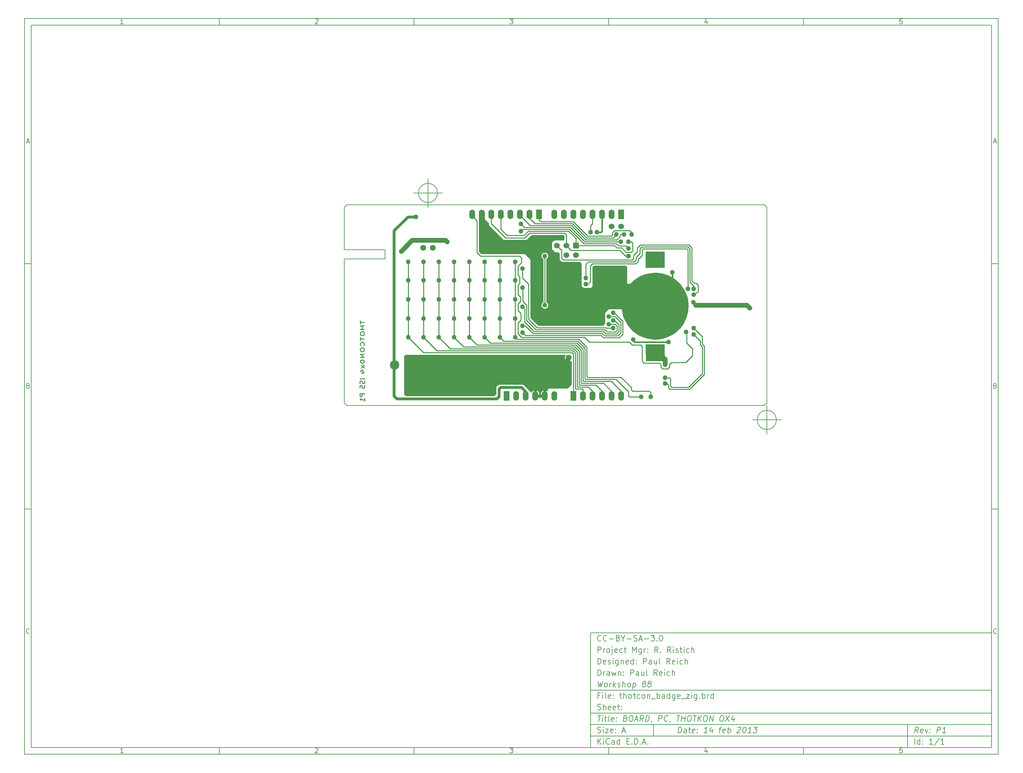
<source format=gbl>
G04 (created by PCBNEW (2012-11-15 BZR 3804)-stable) date Thu 14 Feb 2013 01:13:19 CST*
%MOIN*%
G04 Gerber Fmt 3.4, Leading zero omitted, Abs format*
%FSLAX34Y34*%
G01*
G70*
G90*
G04 APERTURE LIST*
%ADD10C,0.006*%
%ADD11C,0.01*%
%ADD12C,0.00590551*%
%ADD13C,0.062*%
%ADD14R,0.2X0.1*%
%ADD15C,0.06*%
%ADD16R,0.06X0.1*%
%ADD17O,0.06X0.1*%
%ADD18R,0.06X0.06*%
%ADD19C,0.0985*%
%ADD20R,0.045X0.045*%
%ADD21R,0.095X0.045*%
%ADD22R,0.045X0.095*%
%ADD23C,0.05*%
%ADD24C,0.015*%
%ADD25C,0.03*%
%ADD26C,0.05*%
%ADD27C,0.009*%
%ADD28C,0.025*%
%ADD29C,0.005*%
G04 APERTURE END LIST*
G54D10*
X-38750Y36250D02*
X63250Y36250D01*
X63250Y-40750D01*
X-38750Y-40750D01*
X-38750Y36250D01*
X-38050Y35550D02*
X62550Y35550D01*
X62550Y-40050D01*
X-38050Y-40050D01*
X-38050Y35550D01*
X-18350Y36250D02*
X-18350Y35550D01*
X-28407Y35697D02*
X-28692Y35697D01*
X-28550Y35697D02*
X-28550Y36197D01*
X-28597Y36126D01*
X-28645Y36078D01*
X-28692Y36054D01*
X-18350Y-40750D02*
X-18350Y-40050D01*
X-28407Y-40602D02*
X-28692Y-40602D01*
X-28550Y-40602D02*
X-28550Y-40102D01*
X-28597Y-40173D01*
X-28645Y-40221D01*
X-28692Y-40245D01*
X2050Y36250D02*
X2050Y35550D01*
X-8292Y36150D02*
X-8269Y36173D01*
X-8221Y36197D01*
X-8102Y36197D01*
X-8054Y36173D01*
X-8030Y36150D01*
X-8007Y36102D01*
X-8007Y36054D01*
X-8030Y35983D01*
X-8316Y35697D01*
X-8007Y35697D01*
X2050Y-40750D02*
X2050Y-40050D01*
X-8292Y-40150D02*
X-8269Y-40126D01*
X-8221Y-40102D01*
X-8102Y-40102D01*
X-8054Y-40126D01*
X-8030Y-40150D01*
X-8007Y-40197D01*
X-8007Y-40245D01*
X-8030Y-40316D01*
X-8316Y-40602D01*
X-8007Y-40602D01*
X22450Y36250D02*
X22450Y35550D01*
X12083Y36197D02*
X12392Y36197D01*
X12226Y36007D01*
X12297Y36007D01*
X12345Y35983D01*
X12369Y35959D01*
X12392Y35911D01*
X12392Y35792D01*
X12369Y35745D01*
X12345Y35721D01*
X12297Y35697D01*
X12154Y35697D01*
X12107Y35721D01*
X12083Y35745D01*
X22450Y-40750D02*
X22450Y-40050D01*
X12083Y-40102D02*
X12392Y-40102D01*
X12226Y-40292D01*
X12297Y-40292D01*
X12345Y-40316D01*
X12369Y-40340D01*
X12392Y-40388D01*
X12392Y-40507D01*
X12369Y-40554D01*
X12345Y-40578D01*
X12297Y-40602D01*
X12154Y-40602D01*
X12107Y-40578D01*
X12083Y-40554D01*
X42850Y36250D02*
X42850Y35550D01*
X32745Y36030D02*
X32745Y35697D01*
X32626Y36221D02*
X32507Y35864D01*
X32816Y35864D01*
X42850Y-40750D02*
X42850Y-40050D01*
X32745Y-40269D02*
X32745Y-40602D01*
X32626Y-40078D02*
X32507Y-40435D01*
X32816Y-40435D01*
X53169Y36197D02*
X52930Y36197D01*
X52907Y35959D01*
X52930Y35983D01*
X52978Y36007D01*
X53097Y36007D01*
X53145Y35983D01*
X53169Y35959D01*
X53192Y35911D01*
X53192Y35792D01*
X53169Y35745D01*
X53145Y35721D01*
X53097Y35697D01*
X52978Y35697D01*
X52930Y35721D01*
X52907Y35745D01*
X53169Y-40102D02*
X52930Y-40102D01*
X52907Y-40340D01*
X52930Y-40316D01*
X52978Y-40292D01*
X53097Y-40292D01*
X53145Y-40316D01*
X53169Y-40340D01*
X53192Y-40388D01*
X53192Y-40507D01*
X53169Y-40554D01*
X53145Y-40578D01*
X53097Y-40602D01*
X52978Y-40602D01*
X52930Y-40578D01*
X52907Y-40554D01*
X-38750Y10590D02*
X-38050Y10590D01*
X-38519Y23360D02*
X-38280Y23360D01*
X-38566Y23217D02*
X-38399Y23717D01*
X-38233Y23217D01*
X63250Y10590D02*
X62550Y10590D01*
X62780Y23360D02*
X63019Y23360D01*
X62733Y23217D02*
X62900Y23717D01*
X63066Y23217D01*
X-38750Y-15070D02*
X-38050Y-15070D01*
X-38364Y-2180D02*
X-38292Y-2204D01*
X-38269Y-2228D01*
X-38245Y-2275D01*
X-38245Y-2347D01*
X-38269Y-2394D01*
X-38292Y-2418D01*
X-38340Y-2442D01*
X-38530Y-2442D01*
X-38530Y-1942D01*
X-38364Y-1942D01*
X-38316Y-1966D01*
X-38292Y-1990D01*
X-38269Y-2037D01*
X-38269Y-2085D01*
X-38292Y-2132D01*
X-38316Y-2156D01*
X-38364Y-2180D01*
X-38530Y-2180D01*
X63250Y-15070D02*
X62550Y-15070D01*
X62935Y-2180D02*
X63007Y-2204D01*
X63030Y-2228D01*
X63054Y-2275D01*
X63054Y-2347D01*
X63030Y-2394D01*
X63007Y-2418D01*
X62959Y-2442D01*
X62769Y-2442D01*
X62769Y-1942D01*
X62935Y-1942D01*
X62983Y-1966D01*
X63007Y-1990D01*
X63030Y-2037D01*
X63030Y-2085D01*
X63007Y-2132D01*
X62983Y-2156D01*
X62935Y-2180D01*
X62769Y-2180D01*
X-38245Y-28054D02*
X-38269Y-28078D01*
X-38340Y-28102D01*
X-38388Y-28102D01*
X-38459Y-28078D01*
X-38507Y-28030D01*
X-38530Y-27983D01*
X-38554Y-27888D01*
X-38554Y-27816D01*
X-38530Y-27721D01*
X-38507Y-27673D01*
X-38459Y-27626D01*
X-38388Y-27602D01*
X-38340Y-27602D01*
X-38269Y-27626D01*
X-38245Y-27650D01*
X63054Y-28054D02*
X63030Y-28078D01*
X62959Y-28102D01*
X62911Y-28102D01*
X62840Y-28078D01*
X62792Y-28030D01*
X62769Y-27983D01*
X62745Y-27888D01*
X62745Y-27816D01*
X62769Y-27721D01*
X62792Y-27673D01*
X62840Y-27626D01*
X62911Y-27602D01*
X62959Y-27602D01*
X63030Y-27626D01*
X63054Y-27650D01*
X29700Y-38492D02*
X29775Y-37892D01*
X29917Y-37892D01*
X30000Y-37921D01*
X30050Y-37978D01*
X30071Y-38035D01*
X30085Y-38150D01*
X30075Y-38235D01*
X30032Y-38350D01*
X29996Y-38407D01*
X29932Y-38464D01*
X29842Y-38492D01*
X29700Y-38492D01*
X30557Y-38492D02*
X30596Y-38178D01*
X30575Y-38121D01*
X30521Y-38092D01*
X30407Y-38092D01*
X30346Y-38121D01*
X30560Y-38464D02*
X30500Y-38492D01*
X30357Y-38492D01*
X30303Y-38464D01*
X30282Y-38407D01*
X30289Y-38350D01*
X30325Y-38292D01*
X30385Y-38264D01*
X30528Y-38264D01*
X30589Y-38235D01*
X30807Y-38092D02*
X31035Y-38092D01*
X30917Y-37892D02*
X30853Y-38407D01*
X30875Y-38464D01*
X30928Y-38492D01*
X30985Y-38492D01*
X31417Y-38464D02*
X31357Y-38492D01*
X31242Y-38492D01*
X31189Y-38464D01*
X31167Y-38407D01*
X31196Y-38178D01*
X31232Y-38121D01*
X31292Y-38092D01*
X31407Y-38092D01*
X31460Y-38121D01*
X31482Y-38178D01*
X31475Y-38235D01*
X31182Y-38292D01*
X31707Y-38435D02*
X31732Y-38464D01*
X31700Y-38492D01*
X31675Y-38464D01*
X31707Y-38435D01*
X31700Y-38492D01*
X31746Y-38121D02*
X31771Y-38150D01*
X31739Y-38178D01*
X31714Y-38150D01*
X31746Y-38121D01*
X31739Y-38178D01*
X32757Y-38492D02*
X32414Y-38492D01*
X32585Y-38492D02*
X32660Y-37892D01*
X32592Y-37978D01*
X32528Y-38035D01*
X32467Y-38064D01*
X33321Y-38092D02*
X33271Y-38492D01*
X33207Y-37864D02*
X33010Y-38292D01*
X33382Y-38292D01*
X34007Y-38092D02*
X34235Y-38092D01*
X34042Y-38492D02*
X34107Y-37978D01*
X34142Y-37921D01*
X34203Y-37892D01*
X34260Y-37892D01*
X34617Y-38464D02*
X34557Y-38492D01*
X34442Y-38492D01*
X34389Y-38464D01*
X34367Y-38407D01*
X34396Y-38178D01*
X34432Y-38121D01*
X34492Y-38092D01*
X34607Y-38092D01*
X34660Y-38121D01*
X34682Y-38178D01*
X34675Y-38235D01*
X34382Y-38292D01*
X34900Y-38492D02*
X34975Y-37892D01*
X34946Y-38121D02*
X35007Y-38092D01*
X35121Y-38092D01*
X35175Y-38121D01*
X35200Y-38150D01*
X35221Y-38207D01*
X35200Y-38378D01*
X35164Y-38435D01*
X35132Y-38464D01*
X35071Y-38492D01*
X34957Y-38492D01*
X34903Y-38464D01*
X35939Y-37950D02*
X35971Y-37921D01*
X36032Y-37892D01*
X36175Y-37892D01*
X36228Y-37921D01*
X36253Y-37950D01*
X36275Y-38007D01*
X36267Y-38064D01*
X36228Y-38150D01*
X35842Y-38492D01*
X36214Y-38492D01*
X36660Y-37892D02*
X36717Y-37892D01*
X36771Y-37921D01*
X36796Y-37950D01*
X36817Y-38007D01*
X36832Y-38121D01*
X36814Y-38264D01*
X36771Y-38378D01*
X36735Y-38435D01*
X36703Y-38464D01*
X36642Y-38492D01*
X36585Y-38492D01*
X36532Y-38464D01*
X36507Y-38435D01*
X36485Y-38378D01*
X36471Y-38264D01*
X36489Y-38121D01*
X36532Y-38007D01*
X36567Y-37950D01*
X36600Y-37921D01*
X36660Y-37892D01*
X37357Y-38492D02*
X37014Y-38492D01*
X37185Y-38492D02*
X37260Y-37892D01*
X37192Y-37978D01*
X37128Y-38035D01*
X37067Y-38064D01*
X37632Y-37892D02*
X38003Y-37892D01*
X37775Y-38121D01*
X37860Y-38121D01*
X37914Y-38150D01*
X37939Y-38178D01*
X37960Y-38235D01*
X37942Y-38378D01*
X37907Y-38435D01*
X37875Y-38464D01*
X37814Y-38492D01*
X37642Y-38492D01*
X37589Y-38464D01*
X37564Y-38435D01*
X21292Y-39692D02*
X21292Y-39092D01*
X21635Y-39692D02*
X21378Y-39350D01*
X21635Y-39092D02*
X21292Y-39435D01*
X21892Y-39692D02*
X21892Y-39292D01*
X21892Y-39092D02*
X21864Y-39121D01*
X21892Y-39150D01*
X21921Y-39121D01*
X21892Y-39092D01*
X21892Y-39150D01*
X22521Y-39635D02*
X22492Y-39664D01*
X22407Y-39692D01*
X22350Y-39692D01*
X22264Y-39664D01*
X22207Y-39607D01*
X22178Y-39550D01*
X22150Y-39435D01*
X22150Y-39350D01*
X22178Y-39235D01*
X22207Y-39178D01*
X22264Y-39121D01*
X22350Y-39092D01*
X22407Y-39092D01*
X22492Y-39121D01*
X22521Y-39150D01*
X23035Y-39692D02*
X23035Y-39378D01*
X23007Y-39321D01*
X22950Y-39292D01*
X22835Y-39292D01*
X22778Y-39321D01*
X23035Y-39664D02*
X22978Y-39692D01*
X22835Y-39692D01*
X22778Y-39664D01*
X22750Y-39607D01*
X22750Y-39550D01*
X22778Y-39492D01*
X22835Y-39464D01*
X22978Y-39464D01*
X23035Y-39435D01*
X23578Y-39692D02*
X23578Y-39092D01*
X23578Y-39664D02*
X23521Y-39692D01*
X23407Y-39692D01*
X23350Y-39664D01*
X23321Y-39635D01*
X23292Y-39578D01*
X23292Y-39407D01*
X23321Y-39350D01*
X23350Y-39321D01*
X23407Y-39292D01*
X23521Y-39292D01*
X23578Y-39321D01*
X24321Y-39378D02*
X24521Y-39378D01*
X24607Y-39692D02*
X24321Y-39692D01*
X24321Y-39092D01*
X24607Y-39092D01*
X24864Y-39635D02*
X24892Y-39664D01*
X24864Y-39692D01*
X24835Y-39664D01*
X24864Y-39635D01*
X24864Y-39692D01*
X25149Y-39692D02*
X25149Y-39092D01*
X25292Y-39092D01*
X25378Y-39121D01*
X25435Y-39178D01*
X25464Y-39235D01*
X25492Y-39350D01*
X25492Y-39435D01*
X25464Y-39550D01*
X25435Y-39607D01*
X25378Y-39664D01*
X25292Y-39692D01*
X25149Y-39692D01*
X25749Y-39635D02*
X25778Y-39664D01*
X25749Y-39692D01*
X25721Y-39664D01*
X25749Y-39635D01*
X25749Y-39692D01*
X26007Y-39521D02*
X26292Y-39521D01*
X25949Y-39692D02*
X26149Y-39092D01*
X26349Y-39692D01*
X26549Y-39635D02*
X26578Y-39664D01*
X26549Y-39692D01*
X26521Y-39664D01*
X26549Y-39635D01*
X26549Y-39692D01*
X54842Y-38492D02*
X54678Y-38207D01*
X54500Y-38492D02*
X54575Y-37892D01*
X54803Y-37892D01*
X54857Y-37921D01*
X54882Y-37950D01*
X54903Y-38007D01*
X54892Y-38092D01*
X54857Y-38150D01*
X54825Y-38178D01*
X54764Y-38207D01*
X54535Y-38207D01*
X55332Y-38464D02*
X55271Y-38492D01*
X55157Y-38492D01*
X55103Y-38464D01*
X55082Y-38407D01*
X55110Y-38178D01*
X55146Y-38121D01*
X55207Y-38092D01*
X55321Y-38092D01*
X55375Y-38121D01*
X55396Y-38178D01*
X55389Y-38235D01*
X55096Y-38292D01*
X55607Y-38092D02*
X55700Y-38492D01*
X55892Y-38092D01*
X56078Y-38435D02*
X56103Y-38464D01*
X56071Y-38492D01*
X56046Y-38464D01*
X56078Y-38435D01*
X56071Y-38492D01*
X56117Y-38121D02*
X56142Y-38150D01*
X56110Y-38178D01*
X56085Y-38150D01*
X56117Y-38121D01*
X56110Y-38178D01*
X56814Y-38492D02*
X56889Y-37892D01*
X57117Y-37892D01*
X57171Y-37921D01*
X57196Y-37950D01*
X57217Y-38007D01*
X57207Y-38092D01*
X57171Y-38150D01*
X57139Y-38178D01*
X57078Y-38207D01*
X56850Y-38207D01*
X57728Y-38492D02*
X57385Y-38492D01*
X57557Y-38492D02*
X57632Y-37892D01*
X57564Y-37978D01*
X57500Y-38035D01*
X57439Y-38064D01*
X21264Y-38464D02*
X21350Y-38492D01*
X21492Y-38492D01*
X21550Y-38464D01*
X21578Y-38435D01*
X21607Y-38378D01*
X21607Y-38321D01*
X21578Y-38264D01*
X21550Y-38235D01*
X21492Y-38207D01*
X21378Y-38178D01*
X21321Y-38150D01*
X21292Y-38121D01*
X21264Y-38064D01*
X21264Y-38007D01*
X21292Y-37950D01*
X21321Y-37921D01*
X21378Y-37892D01*
X21521Y-37892D01*
X21607Y-37921D01*
X21864Y-38492D02*
X21864Y-38092D01*
X21864Y-37892D02*
X21835Y-37921D01*
X21864Y-37950D01*
X21892Y-37921D01*
X21864Y-37892D01*
X21864Y-37950D01*
X22092Y-38092D02*
X22407Y-38092D01*
X22092Y-38492D01*
X22407Y-38492D01*
X22864Y-38464D02*
X22807Y-38492D01*
X22692Y-38492D01*
X22635Y-38464D01*
X22607Y-38407D01*
X22607Y-38178D01*
X22635Y-38121D01*
X22692Y-38092D01*
X22807Y-38092D01*
X22864Y-38121D01*
X22892Y-38178D01*
X22892Y-38235D01*
X22607Y-38292D01*
X23150Y-38435D02*
X23178Y-38464D01*
X23150Y-38492D01*
X23121Y-38464D01*
X23150Y-38435D01*
X23150Y-38492D01*
X23150Y-38121D02*
X23178Y-38150D01*
X23150Y-38178D01*
X23121Y-38150D01*
X23150Y-38121D01*
X23150Y-38178D01*
X23864Y-38321D02*
X24150Y-38321D01*
X23807Y-38492D02*
X24007Y-37892D01*
X24207Y-38492D01*
X54492Y-39692D02*
X54492Y-39092D01*
X55035Y-39692D02*
X55035Y-39092D01*
X55035Y-39664D02*
X54978Y-39692D01*
X54864Y-39692D01*
X54807Y-39664D01*
X54778Y-39635D01*
X54750Y-39578D01*
X54750Y-39407D01*
X54778Y-39350D01*
X54807Y-39321D01*
X54864Y-39292D01*
X54978Y-39292D01*
X55035Y-39321D01*
X55321Y-39635D02*
X55350Y-39664D01*
X55321Y-39692D01*
X55292Y-39664D01*
X55321Y-39635D01*
X55321Y-39692D01*
X55321Y-39321D02*
X55350Y-39350D01*
X55321Y-39378D01*
X55292Y-39350D01*
X55321Y-39321D01*
X55321Y-39378D01*
X56378Y-39692D02*
X56035Y-39692D01*
X56207Y-39692D02*
X56207Y-39092D01*
X56149Y-39178D01*
X56092Y-39235D01*
X56035Y-39264D01*
X57064Y-39064D02*
X56550Y-39835D01*
X57578Y-39692D02*
X57235Y-39692D01*
X57407Y-39692D02*
X57407Y-39092D01*
X57349Y-39178D01*
X57292Y-39235D01*
X57235Y-39264D01*
X21289Y-36692D02*
X21632Y-36692D01*
X21385Y-37292D02*
X21460Y-36692D01*
X21757Y-37292D02*
X21807Y-36892D01*
X21832Y-36692D02*
X21800Y-36721D01*
X21825Y-36750D01*
X21857Y-36721D01*
X21832Y-36692D01*
X21825Y-36750D01*
X22007Y-36892D02*
X22235Y-36892D01*
X22117Y-36692D02*
X22053Y-37207D01*
X22075Y-37264D01*
X22128Y-37292D01*
X22185Y-37292D01*
X22471Y-37292D02*
X22417Y-37264D01*
X22396Y-37207D01*
X22460Y-36692D01*
X22932Y-37264D02*
X22871Y-37292D01*
X22757Y-37292D01*
X22703Y-37264D01*
X22682Y-37207D01*
X22710Y-36978D01*
X22746Y-36921D01*
X22807Y-36892D01*
X22921Y-36892D01*
X22975Y-36921D01*
X22996Y-36978D01*
X22989Y-37035D01*
X22696Y-37092D01*
X23221Y-37235D02*
X23246Y-37264D01*
X23214Y-37292D01*
X23189Y-37264D01*
X23221Y-37235D01*
X23214Y-37292D01*
X23260Y-36921D02*
X23285Y-36950D01*
X23253Y-36978D01*
X23228Y-36950D01*
X23260Y-36921D01*
X23253Y-36978D01*
X24196Y-36978D02*
X24278Y-37007D01*
X24303Y-37035D01*
X24325Y-37092D01*
X24314Y-37178D01*
X24278Y-37235D01*
X24246Y-37264D01*
X24185Y-37292D01*
X23957Y-37292D01*
X24032Y-36692D01*
X24232Y-36692D01*
X24285Y-36721D01*
X24310Y-36750D01*
X24332Y-36807D01*
X24325Y-36864D01*
X24289Y-36921D01*
X24257Y-36950D01*
X24196Y-36978D01*
X23996Y-36978D01*
X24746Y-36692D02*
X24860Y-36692D01*
X24914Y-36721D01*
X24964Y-36778D01*
X24978Y-36892D01*
X24953Y-37092D01*
X24910Y-37207D01*
X24846Y-37264D01*
X24785Y-37292D01*
X24671Y-37292D01*
X24617Y-37264D01*
X24567Y-37207D01*
X24553Y-37092D01*
X24578Y-36892D01*
X24621Y-36778D01*
X24685Y-36721D01*
X24746Y-36692D01*
X25178Y-37121D02*
X25464Y-37121D01*
X25100Y-37292D02*
X25375Y-36692D01*
X25500Y-37292D01*
X26042Y-37292D02*
X25878Y-37007D01*
X25700Y-37292D02*
X25775Y-36692D01*
X26003Y-36692D01*
X26057Y-36721D01*
X26082Y-36750D01*
X26103Y-36807D01*
X26092Y-36892D01*
X26057Y-36950D01*
X26025Y-36978D01*
X25964Y-37007D01*
X25735Y-37007D01*
X26300Y-37292D02*
X26375Y-36692D01*
X26517Y-36692D01*
X26600Y-36721D01*
X26650Y-36778D01*
X26671Y-36835D01*
X26685Y-36950D01*
X26675Y-37035D01*
X26632Y-37150D01*
X26596Y-37207D01*
X26532Y-37264D01*
X26442Y-37292D01*
X26300Y-37292D01*
X26932Y-37264D02*
X26928Y-37292D01*
X26892Y-37350D01*
X26860Y-37378D01*
X27642Y-37292D02*
X27717Y-36692D01*
X27946Y-36692D01*
X27999Y-36721D01*
X28025Y-36750D01*
X28046Y-36807D01*
X28035Y-36892D01*
X28000Y-36950D01*
X27967Y-36978D01*
X27907Y-37007D01*
X27678Y-37007D01*
X28592Y-37235D02*
X28560Y-37264D01*
X28471Y-37292D01*
X28414Y-37292D01*
X28332Y-37264D01*
X28282Y-37207D01*
X28260Y-37150D01*
X28246Y-37035D01*
X28257Y-36950D01*
X28300Y-36835D01*
X28335Y-36778D01*
X28399Y-36721D01*
X28489Y-36692D01*
X28546Y-36692D01*
X28628Y-36721D01*
X28653Y-36750D01*
X28875Y-37264D02*
X28871Y-37292D01*
X28835Y-37350D01*
X28803Y-37378D01*
X29575Y-36692D02*
X29917Y-36692D01*
X29671Y-37292D02*
X29746Y-36692D01*
X30042Y-37292D02*
X30117Y-36692D01*
X30082Y-36978D02*
X30425Y-36978D01*
X30385Y-37292D02*
X30460Y-36692D01*
X30860Y-36692D02*
X30975Y-36692D01*
X31028Y-36721D01*
X31078Y-36778D01*
X31092Y-36892D01*
X31067Y-37092D01*
X31024Y-37207D01*
X30960Y-37264D01*
X30900Y-37292D01*
X30785Y-37292D01*
X30732Y-37264D01*
X30682Y-37207D01*
X30667Y-37092D01*
X30692Y-36892D01*
X30735Y-36778D01*
X30799Y-36721D01*
X30860Y-36692D01*
X31289Y-36692D02*
X31632Y-36692D01*
X31385Y-37292D02*
X31460Y-36692D01*
X31757Y-37292D02*
X31832Y-36692D01*
X32099Y-37292D02*
X31885Y-36950D01*
X32174Y-36692D02*
X31789Y-37035D01*
X32546Y-36692D02*
X32660Y-36692D01*
X32714Y-36721D01*
X32764Y-36778D01*
X32778Y-36892D01*
X32753Y-37092D01*
X32710Y-37207D01*
X32646Y-37264D01*
X32585Y-37292D01*
X32471Y-37292D01*
X32417Y-37264D01*
X32367Y-37207D01*
X32353Y-37092D01*
X32378Y-36892D01*
X32421Y-36778D01*
X32485Y-36721D01*
X32546Y-36692D01*
X32985Y-37292D02*
X33060Y-36692D01*
X33328Y-37292D01*
X33403Y-36692D01*
X34260Y-36692D02*
X34374Y-36692D01*
X34428Y-36721D01*
X34478Y-36778D01*
X34492Y-36892D01*
X34467Y-37092D01*
X34424Y-37207D01*
X34360Y-37264D01*
X34299Y-37292D01*
X34185Y-37292D01*
X34132Y-37264D01*
X34082Y-37207D01*
X34067Y-37092D01*
X34092Y-36892D01*
X34135Y-36778D01*
X34199Y-36721D01*
X34260Y-36692D01*
X34717Y-36692D02*
X35042Y-37292D01*
X35117Y-36692D02*
X34642Y-37292D01*
X35578Y-36892D02*
X35528Y-37292D01*
X35464Y-36664D02*
X35267Y-37092D01*
X35639Y-37092D01*
X21492Y-34578D02*
X21292Y-34578D01*
X21292Y-34892D02*
X21292Y-34292D01*
X21578Y-34292D01*
X21807Y-34892D02*
X21807Y-34492D01*
X21807Y-34292D02*
X21778Y-34321D01*
X21807Y-34350D01*
X21835Y-34321D01*
X21807Y-34292D01*
X21807Y-34350D01*
X22178Y-34892D02*
X22121Y-34864D01*
X22092Y-34807D01*
X22092Y-34292D01*
X22635Y-34864D02*
X22578Y-34892D01*
X22464Y-34892D01*
X22407Y-34864D01*
X22378Y-34807D01*
X22378Y-34578D01*
X22407Y-34521D01*
X22464Y-34492D01*
X22578Y-34492D01*
X22635Y-34521D01*
X22664Y-34578D01*
X22664Y-34635D01*
X22378Y-34692D01*
X22921Y-34835D02*
X22950Y-34864D01*
X22921Y-34892D01*
X22892Y-34864D01*
X22921Y-34835D01*
X22921Y-34892D01*
X22921Y-34521D02*
X22950Y-34550D01*
X22921Y-34578D01*
X22892Y-34550D01*
X22921Y-34521D01*
X22921Y-34578D01*
X23578Y-34492D02*
X23807Y-34492D01*
X23664Y-34292D02*
X23664Y-34807D01*
X23692Y-34864D01*
X23750Y-34892D01*
X23807Y-34892D01*
X24007Y-34892D02*
X24007Y-34292D01*
X24264Y-34892D02*
X24264Y-34578D01*
X24235Y-34521D01*
X24178Y-34492D01*
X24092Y-34492D01*
X24035Y-34521D01*
X24007Y-34550D01*
X24635Y-34892D02*
X24578Y-34864D01*
X24550Y-34835D01*
X24521Y-34778D01*
X24521Y-34607D01*
X24550Y-34550D01*
X24578Y-34521D01*
X24635Y-34492D01*
X24721Y-34492D01*
X24778Y-34521D01*
X24807Y-34550D01*
X24835Y-34607D01*
X24835Y-34778D01*
X24807Y-34835D01*
X24778Y-34864D01*
X24721Y-34892D01*
X24635Y-34892D01*
X25007Y-34492D02*
X25235Y-34492D01*
X25092Y-34292D02*
X25092Y-34807D01*
X25121Y-34864D01*
X25178Y-34892D01*
X25235Y-34892D01*
X25692Y-34864D02*
X25635Y-34892D01*
X25521Y-34892D01*
X25464Y-34864D01*
X25435Y-34835D01*
X25407Y-34778D01*
X25407Y-34607D01*
X25435Y-34550D01*
X25464Y-34521D01*
X25521Y-34492D01*
X25635Y-34492D01*
X25692Y-34521D01*
X26035Y-34892D02*
X25978Y-34864D01*
X25950Y-34835D01*
X25921Y-34778D01*
X25921Y-34607D01*
X25950Y-34550D01*
X25978Y-34521D01*
X26035Y-34492D01*
X26121Y-34492D01*
X26178Y-34521D01*
X26207Y-34550D01*
X26235Y-34607D01*
X26235Y-34778D01*
X26207Y-34835D01*
X26178Y-34864D01*
X26121Y-34892D01*
X26035Y-34892D01*
X26492Y-34492D02*
X26492Y-34892D01*
X26492Y-34550D02*
X26521Y-34521D01*
X26578Y-34492D01*
X26664Y-34492D01*
X26721Y-34521D01*
X26750Y-34578D01*
X26750Y-34892D01*
X26892Y-34950D02*
X27350Y-34950D01*
X27492Y-34892D02*
X27492Y-34292D01*
X27492Y-34521D02*
X27550Y-34492D01*
X27664Y-34492D01*
X27721Y-34521D01*
X27750Y-34550D01*
X27778Y-34607D01*
X27778Y-34778D01*
X27750Y-34835D01*
X27721Y-34864D01*
X27664Y-34892D01*
X27550Y-34892D01*
X27492Y-34864D01*
X28292Y-34892D02*
X28292Y-34578D01*
X28264Y-34521D01*
X28207Y-34492D01*
X28092Y-34492D01*
X28035Y-34521D01*
X28292Y-34864D02*
X28235Y-34892D01*
X28092Y-34892D01*
X28035Y-34864D01*
X28007Y-34807D01*
X28007Y-34750D01*
X28035Y-34692D01*
X28092Y-34664D01*
X28235Y-34664D01*
X28292Y-34635D01*
X28835Y-34892D02*
X28835Y-34292D01*
X28835Y-34864D02*
X28778Y-34892D01*
X28664Y-34892D01*
X28607Y-34864D01*
X28578Y-34835D01*
X28550Y-34778D01*
X28550Y-34607D01*
X28578Y-34550D01*
X28607Y-34521D01*
X28664Y-34492D01*
X28778Y-34492D01*
X28835Y-34521D01*
X29378Y-34492D02*
X29378Y-34978D01*
X29350Y-35035D01*
X29321Y-35064D01*
X29264Y-35092D01*
X29178Y-35092D01*
X29121Y-35064D01*
X29378Y-34864D02*
X29321Y-34892D01*
X29207Y-34892D01*
X29150Y-34864D01*
X29121Y-34835D01*
X29092Y-34778D01*
X29092Y-34607D01*
X29121Y-34550D01*
X29150Y-34521D01*
X29207Y-34492D01*
X29321Y-34492D01*
X29378Y-34521D01*
X29892Y-34864D02*
X29835Y-34892D01*
X29721Y-34892D01*
X29664Y-34864D01*
X29635Y-34807D01*
X29635Y-34578D01*
X29664Y-34521D01*
X29721Y-34492D01*
X29835Y-34492D01*
X29892Y-34521D01*
X29921Y-34578D01*
X29921Y-34635D01*
X29635Y-34692D01*
X30035Y-34950D02*
X30492Y-34950D01*
X30578Y-34492D02*
X30892Y-34492D01*
X30578Y-34892D01*
X30892Y-34892D01*
X31121Y-34892D02*
X31121Y-34492D01*
X31121Y-34292D02*
X31092Y-34321D01*
X31121Y-34350D01*
X31150Y-34321D01*
X31121Y-34292D01*
X31121Y-34350D01*
X31664Y-34492D02*
X31664Y-34978D01*
X31635Y-35035D01*
X31607Y-35064D01*
X31549Y-35092D01*
X31464Y-35092D01*
X31407Y-35064D01*
X31664Y-34864D02*
X31607Y-34892D01*
X31492Y-34892D01*
X31435Y-34864D01*
X31407Y-34835D01*
X31378Y-34778D01*
X31378Y-34607D01*
X31407Y-34550D01*
X31435Y-34521D01*
X31492Y-34492D01*
X31607Y-34492D01*
X31664Y-34521D01*
X31949Y-34835D02*
X31978Y-34864D01*
X31949Y-34892D01*
X31921Y-34864D01*
X31949Y-34835D01*
X31949Y-34892D01*
X32235Y-34892D02*
X32235Y-34292D01*
X32235Y-34521D02*
X32292Y-34492D01*
X32407Y-34492D01*
X32464Y-34521D01*
X32492Y-34550D01*
X32521Y-34607D01*
X32521Y-34778D01*
X32492Y-34835D01*
X32464Y-34864D01*
X32407Y-34892D01*
X32292Y-34892D01*
X32235Y-34864D01*
X32778Y-34892D02*
X32778Y-34492D01*
X32778Y-34607D02*
X32807Y-34550D01*
X32835Y-34521D01*
X32892Y-34492D01*
X32949Y-34492D01*
X33407Y-34892D02*
X33407Y-34292D01*
X33407Y-34864D02*
X33349Y-34892D01*
X33235Y-34892D01*
X33178Y-34864D01*
X33149Y-34835D01*
X33121Y-34778D01*
X33121Y-34607D01*
X33149Y-34550D01*
X33178Y-34521D01*
X33235Y-34492D01*
X33349Y-34492D01*
X33407Y-34521D01*
X21264Y-36064D02*
X21350Y-36092D01*
X21492Y-36092D01*
X21550Y-36064D01*
X21578Y-36035D01*
X21607Y-35978D01*
X21607Y-35921D01*
X21578Y-35864D01*
X21550Y-35835D01*
X21492Y-35807D01*
X21378Y-35778D01*
X21321Y-35750D01*
X21292Y-35721D01*
X21264Y-35664D01*
X21264Y-35607D01*
X21292Y-35550D01*
X21321Y-35521D01*
X21378Y-35492D01*
X21521Y-35492D01*
X21607Y-35521D01*
X21864Y-36092D02*
X21864Y-35492D01*
X22121Y-36092D02*
X22121Y-35778D01*
X22092Y-35721D01*
X22035Y-35692D01*
X21950Y-35692D01*
X21892Y-35721D01*
X21864Y-35750D01*
X22635Y-36064D02*
X22578Y-36092D01*
X22464Y-36092D01*
X22407Y-36064D01*
X22378Y-36007D01*
X22378Y-35778D01*
X22407Y-35721D01*
X22464Y-35692D01*
X22578Y-35692D01*
X22635Y-35721D01*
X22664Y-35778D01*
X22664Y-35835D01*
X22378Y-35892D01*
X23150Y-36064D02*
X23092Y-36092D01*
X22978Y-36092D01*
X22921Y-36064D01*
X22892Y-36007D01*
X22892Y-35778D01*
X22921Y-35721D01*
X22978Y-35692D01*
X23092Y-35692D01*
X23150Y-35721D01*
X23178Y-35778D01*
X23178Y-35835D01*
X22892Y-35892D01*
X23350Y-35692D02*
X23578Y-35692D01*
X23435Y-35492D02*
X23435Y-36007D01*
X23464Y-36064D01*
X23521Y-36092D01*
X23578Y-36092D01*
X23778Y-36035D02*
X23807Y-36064D01*
X23778Y-36092D01*
X23750Y-36064D01*
X23778Y-36035D01*
X23778Y-36092D01*
X23778Y-35721D02*
X23807Y-35750D01*
X23778Y-35778D01*
X23750Y-35750D01*
X23778Y-35721D01*
X23778Y-35778D01*
X21317Y-33092D02*
X21385Y-33692D01*
X21553Y-33264D01*
X21614Y-33692D01*
X21832Y-33092D01*
X22071Y-33692D02*
X22017Y-33664D01*
X21992Y-33635D01*
X21971Y-33578D01*
X21992Y-33407D01*
X22028Y-33350D01*
X22060Y-33321D01*
X22121Y-33292D01*
X22207Y-33292D01*
X22260Y-33321D01*
X22285Y-33350D01*
X22307Y-33407D01*
X22285Y-33578D01*
X22250Y-33635D01*
X22217Y-33664D01*
X22157Y-33692D01*
X22071Y-33692D01*
X22528Y-33692D02*
X22578Y-33292D01*
X22564Y-33407D02*
X22600Y-33350D01*
X22632Y-33321D01*
X22692Y-33292D01*
X22750Y-33292D01*
X22900Y-33692D02*
X22975Y-33092D01*
X22985Y-33464D02*
X23128Y-33692D01*
X23178Y-33292D02*
X22921Y-33521D01*
X23360Y-33664D02*
X23414Y-33692D01*
X23528Y-33692D01*
X23589Y-33664D01*
X23625Y-33607D01*
X23628Y-33578D01*
X23607Y-33521D01*
X23553Y-33492D01*
X23467Y-33492D01*
X23414Y-33464D01*
X23392Y-33407D01*
X23396Y-33378D01*
X23432Y-33321D01*
X23492Y-33292D01*
X23578Y-33292D01*
X23632Y-33321D01*
X23871Y-33692D02*
X23946Y-33092D01*
X24128Y-33692D02*
X24167Y-33378D01*
X24146Y-33321D01*
X24092Y-33292D01*
X24007Y-33292D01*
X23946Y-33321D01*
X23914Y-33350D01*
X24499Y-33692D02*
X24446Y-33664D01*
X24421Y-33635D01*
X24400Y-33578D01*
X24421Y-33407D01*
X24457Y-33350D01*
X24489Y-33321D01*
X24549Y-33292D01*
X24635Y-33292D01*
X24689Y-33321D01*
X24714Y-33350D01*
X24735Y-33407D01*
X24714Y-33578D01*
X24678Y-33635D01*
X24646Y-33664D01*
X24585Y-33692D01*
X24499Y-33692D01*
X25007Y-33292D02*
X24932Y-33892D01*
X25003Y-33321D02*
X25064Y-33292D01*
X25178Y-33292D01*
X25232Y-33321D01*
X25257Y-33350D01*
X25278Y-33407D01*
X25257Y-33578D01*
X25221Y-33635D01*
X25189Y-33664D01*
X25128Y-33692D01*
X25014Y-33692D01*
X24960Y-33664D01*
X26085Y-33350D02*
X26032Y-33321D01*
X26007Y-33292D01*
X25985Y-33235D01*
X25989Y-33207D01*
X26024Y-33150D01*
X26057Y-33121D01*
X26117Y-33092D01*
X26232Y-33092D01*
X26285Y-33121D01*
X26310Y-33150D01*
X26332Y-33207D01*
X26328Y-33235D01*
X26292Y-33292D01*
X26260Y-33321D01*
X26199Y-33350D01*
X26085Y-33350D01*
X26025Y-33378D01*
X25992Y-33407D01*
X25957Y-33464D01*
X25942Y-33578D01*
X25964Y-33635D01*
X25989Y-33664D01*
X26042Y-33692D01*
X26157Y-33692D01*
X26217Y-33664D01*
X26249Y-33635D01*
X26285Y-33578D01*
X26299Y-33464D01*
X26278Y-33407D01*
X26253Y-33378D01*
X26199Y-33350D01*
X26657Y-33350D02*
X26603Y-33321D01*
X26578Y-33292D01*
X26557Y-33235D01*
X26560Y-33207D01*
X26596Y-33150D01*
X26628Y-33121D01*
X26689Y-33092D01*
X26803Y-33092D01*
X26857Y-33121D01*
X26882Y-33150D01*
X26903Y-33207D01*
X26900Y-33235D01*
X26864Y-33292D01*
X26832Y-33321D01*
X26771Y-33350D01*
X26657Y-33350D01*
X26596Y-33378D01*
X26564Y-33407D01*
X26528Y-33464D01*
X26514Y-33578D01*
X26535Y-33635D01*
X26560Y-33664D01*
X26614Y-33692D01*
X26728Y-33692D01*
X26789Y-33664D01*
X26821Y-33635D01*
X26857Y-33578D01*
X26871Y-33464D01*
X26849Y-33407D01*
X26825Y-33378D01*
X26771Y-33350D01*
X21292Y-32492D02*
X21292Y-31892D01*
X21435Y-31892D01*
X21521Y-31921D01*
X21578Y-31978D01*
X21607Y-32035D01*
X21635Y-32150D01*
X21635Y-32235D01*
X21607Y-32350D01*
X21578Y-32407D01*
X21521Y-32464D01*
X21435Y-32492D01*
X21292Y-32492D01*
X21892Y-32492D02*
X21892Y-32092D01*
X21892Y-32207D02*
X21921Y-32150D01*
X21950Y-32121D01*
X22007Y-32092D01*
X22064Y-32092D01*
X22521Y-32492D02*
X22521Y-32178D01*
X22492Y-32121D01*
X22435Y-32092D01*
X22321Y-32092D01*
X22264Y-32121D01*
X22521Y-32464D02*
X22464Y-32492D01*
X22321Y-32492D01*
X22264Y-32464D01*
X22235Y-32407D01*
X22235Y-32350D01*
X22264Y-32292D01*
X22321Y-32264D01*
X22464Y-32264D01*
X22521Y-32235D01*
X22750Y-32092D02*
X22864Y-32492D01*
X22978Y-32207D01*
X23092Y-32492D01*
X23207Y-32092D01*
X23435Y-32092D02*
X23435Y-32492D01*
X23435Y-32150D02*
X23464Y-32121D01*
X23521Y-32092D01*
X23607Y-32092D01*
X23664Y-32121D01*
X23692Y-32178D01*
X23692Y-32492D01*
X23978Y-32435D02*
X24007Y-32464D01*
X23978Y-32492D01*
X23950Y-32464D01*
X23978Y-32435D01*
X23978Y-32492D01*
X23978Y-32121D02*
X24007Y-32150D01*
X23978Y-32178D01*
X23950Y-32150D01*
X23978Y-32121D01*
X23978Y-32178D01*
X24721Y-32492D02*
X24721Y-31892D01*
X24950Y-31892D01*
X25007Y-31921D01*
X25035Y-31950D01*
X25064Y-32007D01*
X25064Y-32092D01*
X25035Y-32150D01*
X25007Y-32178D01*
X24950Y-32207D01*
X24721Y-32207D01*
X25578Y-32492D02*
X25578Y-32178D01*
X25550Y-32121D01*
X25492Y-32092D01*
X25378Y-32092D01*
X25321Y-32121D01*
X25578Y-32464D02*
X25521Y-32492D01*
X25378Y-32492D01*
X25321Y-32464D01*
X25292Y-32407D01*
X25292Y-32350D01*
X25321Y-32292D01*
X25378Y-32264D01*
X25521Y-32264D01*
X25578Y-32235D01*
X26121Y-32092D02*
X26121Y-32492D01*
X25864Y-32092D02*
X25864Y-32407D01*
X25892Y-32464D01*
X25949Y-32492D01*
X26035Y-32492D01*
X26092Y-32464D01*
X26121Y-32435D01*
X26492Y-32492D02*
X26435Y-32464D01*
X26407Y-32407D01*
X26407Y-31892D01*
X27521Y-32492D02*
X27321Y-32207D01*
X27178Y-32492D02*
X27178Y-31892D01*
X27407Y-31892D01*
X27464Y-31921D01*
X27492Y-31950D01*
X27521Y-32007D01*
X27521Y-32092D01*
X27492Y-32150D01*
X27464Y-32178D01*
X27407Y-32207D01*
X27178Y-32207D01*
X28007Y-32464D02*
X27950Y-32492D01*
X27835Y-32492D01*
X27778Y-32464D01*
X27750Y-32407D01*
X27750Y-32178D01*
X27778Y-32121D01*
X27835Y-32092D01*
X27950Y-32092D01*
X28007Y-32121D01*
X28035Y-32178D01*
X28035Y-32235D01*
X27750Y-32292D01*
X28292Y-32492D02*
X28292Y-32092D01*
X28292Y-31892D02*
X28264Y-31921D01*
X28292Y-31950D01*
X28321Y-31921D01*
X28292Y-31892D01*
X28292Y-31950D01*
X28835Y-32464D02*
X28778Y-32492D01*
X28664Y-32492D01*
X28607Y-32464D01*
X28578Y-32435D01*
X28550Y-32378D01*
X28550Y-32207D01*
X28578Y-32150D01*
X28607Y-32121D01*
X28664Y-32092D01*
X28778Y-32092D01*
X28835Y-32121D01*
X29092Y-32492D02*
X29092Y-31892D01*
X29350Y-32492D02*
X29350Y-32178D01*
X29321Y-32121D01*
X29264Y-32092D01*
X29178Y-32092D01*
X29121Y-32121D01*
X29092Y-32150D01*
X21292Y-31292D02*
X21292Y-30692D01*
X21435Y-30692D01*
X21521Y-30721D01*
X21578Y-30778D01*
X21607Y-30835D01*
X21635Y-30950D01*
X21635Y-31035D01*
X21607Y-31150D01*
X21578Y-31207D01*
X21521Y-31264D01*
X21435Y-31292D01*
X21292Y-31292D01*
X22121Y-31264D02*
X22064Y-31292D01*
X21950Y-31292D01*
X21892Y-31264D01*
X21864Y-31207D01*
X21864Y-30978D01*
X21892Y-30921D01*
X21950Y-30892D01*
X22064Y-30892D01*
X22121Y-30921D01*
X22150Y-30978D01*
X22150Y-31035D01*
X21864Y-31092D01*
X22378Y-31264D02*
X22435Y-31292D01*
X22550Y-31292D01*
X22607Y-31264D01*
X22635Y-31207D01*
X22635Y-31178D01*
X22607Y-31121D01*
X22550Y-31092D01*
X22464Y-31092D01*
X22407Y-31064D01*
X22378Y-31007D01*
X22378Y-30978D01*
X22407Y-30921D01*
X22464Y-30892D01*
X22550Y-30892D01*
X22607Y-30921D01*
X22892Y-31292D02*
X22892Y-30892D01*
X22892Y-30692D02*
X22864Y-30721D01*
X22892Y-30750D01*
X22921Y-30721D01*
X22892Y-30692D01*
X22892Y-30750D01*
X23435Y-30892D02*
X23435Y-31378D01*
X23407Y-31435D01*
X23378Y-31464D01*
X23321Y-31492D01*
X23235Y-31492D01*
X23178Y-31464D01*
X23435Y-31264D02*
X23378Y-31292D01*
X23264Y-31292D01*
X23207Y-31264D01*
X23178Y-31235D01*
X23150Y-31178D01*
X23150Y-31007D01*
X23178Y-30950D01*
X23207Y-30921D01*
X23264Y-30892D01*
X23378Y-30892D01*
X23435Y-30921D01*
X23721Y-30892D02*
X23721Y-31292D01*
X23721Y-30950D02*
X23750Y-30921D01*
X23807Y-30892D01*
X23892Y-30892D01*
X23950Y-30921D01*
X23978Y-30978D01*
X23978Y-31292D01*
X24492Y-31264D02*
X24435Y-31292D01*
X24321Y-31292D01*
X24264Y-31264D01*
X24235Y-31207D01*
X24235Y-30978D01*
X24264Y-30921D01*
X24321Y-30892D01*
X24435Y-30892D01*
X24492Y-30921D01*
X24521Y-30978D01*
X24521Y-31035D01*
X24235Y-31092D01*
X25035Y-31292D02*
X25035Y-30692D01*
X25035Y-31264D02*
X24978Y-31292D01*
X24864Y-31292D01*
X24807Y-31264D01*
X24778Y-31235D01*
X24750Y-31178D01*
X24750Y-31007D01*
X24778Y-30950D01*
X24807Y-30921D01*
X24864Y-30892D01*
X24978Y-30892D01*
X25035Y-30921D01*
X25321Y-31235D02*
X25350Y-31264D01*
X25321Y-31292D01*
X25292Y-31264D01*
X25321Y-31235D01*
X25321Y-31292D01*
X25321Y-30921D02*
X25350Y-30950D01*
X25321Y-30978D01*
X25292Y-30950D01*
X25321Y-30921D01*
X25321Y-30978D01*
X26064Y-31292D02*
X26064Y-30692D01*
X26292Y-30692D01*
X26349Y-30721D01*
X26378Y-30750D01*
X26407Y-30807D01*
X26407Y-30892D01*
X26378Y-30950D01*
X26349Y-30978D01*
X26292Y-31007D01*
X26064Y-31007D01*
X26921Y-31292D02*
X26921Y-30978D01*
X26892Y-30921D01*
X26835Y-30892D01*
X26721Y-30892D01*
X26664Y-30921D01*
X26921Y-31264D02*
X26864Y-31292D01*
X26721Y-31292D01*
X26664Y-31264D01*
X26635Y-31207D01*
X26635Y-31150D01*
X26664Y-31092D01*
X26721Y-31064D01*
X26864Y-31064D01*
X26921Y-31035D01*
X27464Y-30892D02*
X27464Y-31292D01*
X27207Y-30892D02*
X27207Y-31207D01*
X27235Y-31264D01*
X27292Y-31292D01*
X27378Y-31292D01*
X27435Y-31264D01*
X27464Y-31235D01*
X27835Y-31292D02*
X27778Y-31264D01*
X27749Y-31207D01*
X27749Y-30692D01*
X28864Y-31292D02*
X28664Y-31007D01*
X28521Y-31292D02*
X28521Y-30692D01*
X28750Y-30692D01*
X28807Y-30721D01*
X28835Y-30750D01*
X28864Y-30807D01*
X28864Y-30892D01*
X28835Y-30950D01*
X28807Y-30978D01*
X28750Y-31007D01*
X28521Y-31007D01*
X29350Y-31264D02*
X29292Y-31292D01*
X29178Y-31292D01*
X29121Y-31264D01*
X29092Y-31207D01*
X29092Y-30978D01*
X29121Y-30921D01*
X29178Y-30892D01*
X29292Y-30892D01*
X29350Y-30921D01*
X29378Y-30978D01*
X29378Y-31035D01*
X29092Y-31092D01*
X29635Y-31292D02*
X29635Y-30892D01*
X29635Y-30692D02*
X29607Y-30721D01*
X29635Y-30750D01*
X29664Y-30721D01*
X29635Y-30692D01*
X29635Y-30750D01*
X30178Y-31264D02*
X30121Y-31292D01*
X30007Y-31292D01*
X29950Y-31264D01*
X29921Y-31235D01*
X29892Y-31178D01*
X29892Y-31007D01*
X29921Y-30950D01*
X29950Y-30921D01*
X30007Y-30892D01*
X30121Y-30892D01*
X30178Y-30921D01*
X30435Y-31292D02*
X30435Y-30692D01*
X30692Y-31292D02*
X30692Y-30978D01*
X30664Y-30921D01*
X30607Y-30892D01*
X30521Y-30892D01*
X30464Y-30921D01*
X30435Y-30950D01*
X21292Y-30092D02*
X21292Y-29492D01*
X21521Y-29492D01*
X21578Y-29521D01*
X21607Y-29550D01*
X21635Y-29607D01*
X21635Y-29692D01*
X21607Y-29750D01*
X21578Y-29778D01*
X21521Y-29807D01*
X21292Y-29807D01*
X21892Y-30092D02*
X21892Y-29692D01*
X21892Y-29807D02*
X21921Y-29750D01*
X21950Y-29721D01*
X22007Y-29692D01*
X22064Y-29692D01*
X22350Y-30092D02*
X22292Y-30064D01*
X22264Y-30035D01*
X22235Y-29978D01*
X22235Y-29807D01*
X22264Y-29750D01*
X22292Y-29721D01*
X22350Y-29692D01*
X22435Y-29692D01*
X22492Y-29721D01*
X22521Y-29750D01*
X22550Y-29807D01*
X22550Y-29978D01*
X22521Y-30035D01*
X22492Y-30064D01*
X22435Y-30092D01*
X22350Y-30092D01*
X22807Y-29692D02*
X22807Y-30207D01*
X22778Y-30264D01*
X22721Y-30292D01*
X22692Y-30292D01*
X22807Y-29492D02*
X22778Y-29521D01*
X22807Y-29550D01*
X22835Y-29521D01*
X22807Y-29492D01*
X22807Y-29550D01*
X23321Y-30064D02*
X23264Y-30092D01*
X23150Y-30092D01*
X23092Y-30064D01*
X23064Y-30007D01*
X23064Y-29778D01*
X23092Y-29721D01*
X23150Y-29692D01*
X23264Y-29692D01*
X23321Y-29721D01*
X23350Y-29778D01*
X23350Y-29835D01*
X23064Y-29892D01*
X23864Y-30064D02*
X23807Y-30092D01*
X23692Y-30092D01*
X23635Y-30064D01*
X23607Y-30035D01*
X23578Y-29978D01*
X23578Y-29807D01*
X23607Y-29750D01*
X23635Y-29721D01*
X23692Y-29692D01*
X23807Y-29692D01*
X23864Y-29721D01*
X24035Y-29692D02*
X24264Y-29692D01*
X24121Y-29492D02*
X24121Y-30007D01*
X24150Y-30064D01*
X24207Y-30092D01*
X24264Y-30092D01*
X24921Y-30092D02*
X24921Y-29492D01*
X25121Y-29921D01*
X25321Y-29492D01*
X25321Y-30092D01*
X25864Y-29692D02*
X25864Y-30178D01*
X25835Y-30235D01*
X25807Y-30264D01*
X25750Y-30292D01*
X25664Y-30292D01*
X25607Y-30264D01*
X25864Y-30064D02*
X25807Y-30092D01*
X25692Y-30092D01*
X25635Y-30064D01*
X25607Y-30035D01*
X25578Y-29978D01*
X25578Y-29807D01*
X25607Y-29750D01*
X25635Y-29721D01*
X25692Y-29692D01*
X25807Y-29692D01*
X25864Y-29721D01*
X26150Y-30092D02*
X26150Y-29692D01*
X26150Y-29807D02*
X26178Y-29750D01*
X26207Y-29721D01*
X26264Y-29692D01*
X26321Y-29692D01*
X26521Y-30035D02*
X26550Y-30064D01*
X26521Y-30092D01*
X26492Y-30064D01*
X26521Y-30035D01*
X26521Y-30092D01*
X26521Y-29721D02*
X26550Y-29750D01*
X26521Y-29778D01*
X26492Y-29750D01*
X26521Y-29721D01*
X26521Y-29778D01*
X27607Y-30092D02*
X27407Y-29807D01*
X27264Y-30092D02*
X27264Y-29492D01*
X27492Y-29492D01*
X27550Y-29521D01*
X27578Y-29550D01*
X27607Y-29607D01*
X27607Y-29692D01*
X27578Y-29750D01*
X27550Y-29778D01*
X27492Y-29807D01*
X27264Y-29807D01*
X27864Y-30035D02*
X27892Y-30064D01*
X27864Y-30092D01*
X27835Y-30064D01*
X27864Y-30035D01*
X27864Y-30092D01*
X28950Y-30092D02*
X28750Y-29807D01*
X28607Y-30092D02*
X28607Y-29492D01*
X28835Y-29492D01*
X28892Y-29521D01*
X28921Y-29550D01*
X28950Y-29607D01*
X28950Y-29692D01*
X28921Y-29750D01*
X28892Y-29778D01*
X28835Y-29807D01*
X28607Y-29807D01*
X29207Y-30092D02*
X29207Y-29692D01*
X29207Y-29492D02*
X29178Y-29521D01*
X29207Y-29550D01*
X29235Y-29521D01*
X29207Y-29492D01*
X29207Y-29550D01*
X29464Y-30064D02*
X29521Y-30092D01*
X29635Y-30092D01*
X29692Y-30064D01*
X29721Y-30007D01*
X29721Y-29978D01*
X29692Y-29921D01*
X29635Y-29892D01*
X29550Y-29892D01*
X29492Y-29864D01*
X29464Y-29807D01*
X29464Y-29778D01*
X29492Y-29721D01*
X29550Y-29692D01*
X29635Y-29692D01*
X29692Y-29721D01*
X29892Y-29692D02*
X30121Y-29692D01*
X29978Y-29492D02*
X29978Y-30007D01*
X30007Y-30064D01*
X30064Y-30092D01*
X30121Y-30092D01*
X30321Y-30092D02*
X30321Y-29692D01*
X30321Y-29492D02*
X30292Y-29521D01*
X30321Y-29550D01*
X30350Y-29521D01*
X30321Y-29492D01*
X30321Y-29550D01*
X30864Y-30064D02*
X30807Y-30092D01*
X30692Y-30092D01*
X30635Y-30064D01*
X30607Y-30035D01*
X30578Y-29978D01*
X30578Y-29807D01*
X30607Y-29750D01*
X30635Y-29721D01*
X30692Y-29692D01*
X30807Y-29692D01*
X30864Y-29721D01*
X31121Y-30092D02*
X31121Y-29492D01*
X31378Y-30092D02*
X31378Y-29778D01*
X31350Y-29721D01*
X31292Y-29692D01*
X31207Y-29692D01*
X31150Y-29721D01*
X31121Y-29750D01*
X21635Y-28835D02*
X21607Y-28864D01*
X21521Y-28892D01*
X21464Y-28892D01*
X21378Y-28864D01*
X21321Y-28807D01*
X21292Y-28750D01*
X21264Y-28635D01*
X21264Y-28550D01*
X21292Y-28435D01*
X21321Y-28378D01*
X21378Y-28321D01*
X21464Y-28292D01*
X21521Y-28292D01*
X21607Y-28321D01*
X21635Y-28350D01*
X22235Y-28835D02*
X22207Y-28864D01*
X22121Y-28892D01*
X22064Y-28892D01*
X21978Y-28864D01*
X21921Y-28807D01*
X21892Y-28750D01*
X21864Y-28635D01*
X21864Y-28550D01*
X21892Y-28435D01*
X21921Y-28378D01*
X21978Y-28321D01*
X22064Y-28292D01*
X22121Y-28292D01*
X22207Y-28321D01*
X22235Y-28350D01*
X22492Y-28664D02*
X22950Y-28664D01*
X23435Y-28578D02*
X23521Y-28607D01*
X23550Y-28635D01*
X23578Y-28692D01*
X23578Y-28778D01*
X23550Y-28835D01*
X23521Y-28864D01*
X23464Y-28892D01*
X23235Y-28892D01*
X23235Y-28292D01*
X23435Y-28292D01*
X23492Y-28321D01*
X23521Y-28350D01*
X23550Y-28407D01*
X23550Y-28464D01*
X23521Y-28521D01*
X23492Y-28550D01*
X23435Y-28578D01*
X23235Y-28578D01*
X23950Y-28607D02*
X23950Y-28892D01*
X23750Y-28292D02*
X23950Y-28607D01*
X24150Y-28292D01*
X24350Y-28664D02*
X24807Y-28664D01*
X25064Y-28864D02*
X25150Y-28892D01*
X25292Y-28892D01*
X25350Y-28864D01*
X25378Y-28835D01*
X25407Y-28778D01*
X25407Y-28721D01*
X25378Y-28664D01*
X25350Y-28635D01*
X25292Y-28607D01*
X25178Y-28578D01*
X25121Y-28550D01*
X25092Y-28521D01*
X25064Y-28464D01*
X25064Y-28407D01*
X25092Y-28350D01*
X25121Y-28321D01*
X25178Y-28292D01*
X25321Y-28292D01*
X25407Y-28321D01*
X25635Y-28721D02*
X25921Y-28721D01*
X25578Y-28892D02*
X25778Y-28292D01*
X25978Y-28892D01*
X26178Y-28664D02*
X26635Y-28664D01*
X26864Y-28292D02*
X27235Y-28292D01*
X27035Y-28521D01*
X27121Y-28521D01*
X27178Y-28550D01*
X27207Y-28578D01*
X27235Y-28635D01*
X27235Y-28778D01*
X27207Y-28835D01*
X27178Y-28864D01*
X27121Y-28892D01*
X26950Y-28892D01*
X26892Y-28864D01*
X26864Y-28835D01*
X27492Y-28835D02*
X27521Y-28864D01*
X27492Y-28892D01*
X27464Y-28864D01*
X27492Y-28835D01*
X27492Y-28892D01*
X27892Y-28292D02*
X27950Y-28292D01*
X28007Y-28321D01*
X28035Y-28350D01*
X28064Y-28407D01*
X28092Y-28521D01*
X28092Y-28664D01*
X28064Y-28778D01*
X28035Y-28835D01*
X28007Y-28864D01*
X27950Y-28892D01*
X27892Y-28892D01*
X27835Y-28864D01*
X27807Y-28835D01*
X27778Y-28778D01*
X27750Y-28664D01*
X27750Y-28521D01*
X27778Y-28407D01*
X27807Y-28350D01*
X27835Y-28321D01*
X27892Y-28292D01*
X20550Y-28050D02*
X20550Y-40050D01*
X20550Y-34050D02*
X62550Y-34050D01*
X20550Y-28050D02*
X62550Y-28050D01*
X20550Y-36450D02*
X62550Y-36450D01*
X53750Y-37650D02*
X53750Y-40050D01*
X20550Y-38850D02*
X62550Y-38850D01*
X20550Y-37650D02*
X62550Y-37650D01*
X27150Y-37650D02*
X27150Y-38850D01*
G54D11*
X-3147Y-1445D02*
X-3647Y-1445D01*
X-3171Y-1659D02*
X-3147Y-1730D01*
X-3147Y-1850D01*
X-3171Y-1897D01*
X-3195Y-1921D01*
X-3242Y-1945D01*
X-3290Y-1945D01*
X-3338Y-1921D01*
X-3361Y-1897D01*
X-3385Y-1850D01*
X-3409Y-1754D01*
X-3433Y-1707D01*
X-3457Y-1683D01*
X-3504Y-1659D01*
X-3552Y-1659D01*
X-3600Y-1683D01*
X-3623Y-1707D01*
X-3647Y-1754D01*
X-3647Y-1873D01*
X-3623Y-1945D01*
X-3171Y-2135D02*
X-3147Y-2207D01*
X-3147Y-2326D01*
X-3171Y-2373D01*
X-3195Y-2397D01*
X-3242Y-2421D01*
X-3290Y-2421D01*
X-3338Y-2397D01*
X-3361Y-2373D01*
X-3385Y-2326D01*
X-3409Y-2230D01*
X-3433Y-2183D01*
X-3457Y-2159D01*
X-3504Y-2135D01*
X-3552Y-2135D01*
X-3600Y-2159D01*
X-3623Y-2183D01*
X-3647Y-2230D01*
X-3647Y-2350D01*
X-3623Y-2421D01*
X-3147Y-3016D02*
X-3647Y-3016D01*
X-3647Y-3207D01*
X-3623Y-3254D01*
X-3600Y-3278D01*
X-3552Y-3302D01*
X-3480Y-3302D01*
X-3433Y-3278D01*
X-3409Y-3254D01*
X-3385Y-3207D01*
X-3385Y-3016D01*
X-3147Y-3778D02*
X-3147Y-3492D01*
X-3147Y-3635D02*
X-3647Y-3635D01*
X-3576Y-3588D01*
X-3528Y-3540D01*
X-3504Y-3492D01*
X-3588Y4621D02*
X-3588Y4278D01*
X-3188Y4450D02*
X-3588Y4450D01*
X-3188Y4078D02*
X-3588Y4078D01*
X-3397Y4078D02*
X-3397Y3735D01*
X-3188Y3735D02*
X-3588Y3735D01*
X-3588Y3335D02*
X-3588Y3221D01*
X-3569Y3164D01*
X-3530Y3107D01*
X-3454Y3078D01*
X-3321Y3078D01*
X-3245Y3107D01*
X-3207Y3164D01*
X-3188Y3221D01*
X-3188Y3335D01*
X-3207Y3392D01*
X-3245Y3450D01*
X-3321Y3478D01*
X-3454Y3478D01*
X-3530Y3450D01*
X-3569Y3392D01*
X-3588Y3335D01*
X-3588Y2907D02*
X-3588Y2564D01*
X-3188Y2735D02*
X-3588Y2735D01*
X-3226Y2021D02*
X-3207Y2050D01*
X-3188Y2135D01*
X-3188Y2192D01*
X-3207Y2278D01*
X-3245Y2335D01*
X-3283Y2364D01*
X-3359Y2392D01*
X-3416Y2392D01*
X-3492Y2364D01*
X-3530Y2335D01*
X-3569Y2278D01*
X-3588Y2192D01*
X-3588Y2135D01*
X-3569Y2050D01*
X-3550Y2021D01*
X-3588Y1650D02*
X-3588Y1535D01*
X-3569Y1478D01*
X-3530Y1421D01*
X-3454Y1392D01*
X-3321Y1392D01*
X-3245Y1421D01*
X-3207Y1478D01*
X-3188Y1535D01*
X-3188Y1650D01*
X-3207Y1707D01*
X-3245Y1764D01*
X-3321Y1792D01*
X-3454Y1792D01*
X-3530Y1764D01*
X-3569Y1707D01*
X-3588Y1650D01*
X-3188Y1135D02*
X-3588Y1135D01*
X-3188Y792D01*
X-3588Y792D01*
X-3588Y392D02*
X-3588Y335D01*
X-3569Y278D01*
X-3550Y250D01*
X-3511Y221D01*
X-3435Y192D01*
X-3340Y192D01*
X-3264Y221D01*
X-3226Y250D01*
X-3207Y278D01*
X-3188Y335D01*
X-3188Y392D01*
X-3207Y450D01*
X-3226Y478D01*
X-3264Y507D01*
X-3340Y535D01*
X-3435Y535D01*
X-3511Y507D01*
X-3550Y478D01*
X-3569Y450D01*
X-3588Y392D01*
X-3188Y-7D02*
X-3454Y-321D01*
X-3454Y-7D02*
X-3188Y-321D01*
X-3454Y-807D02*
X-3188Y-807D01*
X-3607Y-664D02*
X-3321Y-521D01*
X-3321Y-892D01*
G54D10*
X4500Y18000D02*
G75*
G03X4500Y18000I-1000J0D01*
G74*
G01*
X2000Y18000D02*
X5000Y18000D01*
X3500Y19500D02*
X3500Y16500D01*
X40000Y-5750D02*
G75*
G03X40000Y-5750I-1000J0D01*
G74*
G01*
X37500Y-5750D02*
X40500Y-5750D01*
X39000Y-4250D02*
X39000Y-7250D01*
X39000Y16500D02*
X38750Y16750D01*
X38750Y-4250D02*
X39000Y-4000D01*
X-5000Y-4250D02*
X-5250Y-4000D01*
X-5250Y16500D02*
X-5000Y16750D01*
X-5250Y11100D02*
X-5250Y-4000D01*
X-5250Y16500D02*
X-5250Y12050D01*
X-1000Y11100D02*
X-5250Y11100D01*
X-1000Y12050D02*
X-1000Y11100D01*
X-5250Y12050D02*
X-1000Y12050D01*
G54D12*
X38750Y16750D02*
X-5000Y16750D01*
G54D10*
X39000Y-4000D02*
X39000Y16500D01*
G54D12*
X-5000Y-4250D02*
X38750Y-4250D01*
G54D13*
X18250Y750D03*
G54D14*
X27300Y1650D03*
X27300Y10650D03*
G54D15*
X27300Y6150D03*
X23750Y14500D03*
X22750Y14500D03*
G54D13*
X4000Y12250D03*
X3000Y12250D03*
G54D16*
X15150Y15750D03*
G54D17*
X14150Y15750D03*
X13150Y15750D03*
X12150Y15750D03*
X11150Y15750D03*
X10150Y15750D03*
X9150Y15750D03*
X8150Y15750D03*
G54D16*
X23750Y15750D03*
G54D17*
X22750Y15750D03*
X21750Y15750D03*
X20750Y15750D03*
X19750Y15750D03*
X18750Y15750D03*
X17750Y15750D03*
X16750Y15750D03*
G54D16*
X11750Y-3250D03*
G54D17*
X12750Y-3250D03*
X13750Y-3250D03*
X14750Y-3250D03*
X15750Y-3250D03*
X16750Y-3250D03*
G54D16*
X18750Y-3250D03*
G54D17*
X19750Y-3250D03*
X20750Y-3250D03*
X21750Y-3250D03*
X22750Y-3250D03*
X23750Y-3250D03*
G54D18*
X19000Y12500D03*
G54D15*
X19000Y11500D03*
X18000Y12500D03*
X18000Y11500D03*
X17000Y12500D03*
X17000Y11500D03*
G54D19*
X0Y0D03*
G54D20*
X28700Y6850D03*
X28700Y5450D03*
X27300Y5450D03*
X27300Y6850D03*
G54D21*
X28000Y5450D03*
G54D22*
X27300Y6150D03*
G54D21*
X28000Y6850D03*
G54D22*
X28700Y6150D03*
G54D23*
X25000Y2650D03*
X28700Y2400D03*
X2250Y15500D03*
X24500Y11400D03*
X24500Y12200D03*
X13250Y14000D03*
X24500Y12900D03*
X24850Y13650D03*
X23700Y12900D03*
X13250Y14750D03*
X24050Y13650D03*
X23250Y13650D03*
X22900Y5450D03*
X13400Y3400D03*
X22450Y5050D03*
X13400Y4100D03*
X22900Y4650D03*
X13400Y6100D03*
X22450Y4250D03*
X13400Y8100D03*
X22900Y3850D03*
X13400Y10100D03*
X20550Y13900D03*
X21200Y13900D03*
X28350Y-1350D03*
X31350Y3200D03*
X1450Y4850D03*
X1450Y2900D03*
X1450Y6850D03*
X1450Y10800D03*
X1450Y8850D03*
X28350Y-1950D03*
X31350Y3850D03*
X3050Y4850D03*
X3050Y2900D03*
X3050Y6850D03*
X3050Y10800D03*
X3050Y8850D03*
X4650Y4850D03*
X4650Y2900D03*
X4650Y6850D03*
X4650Y10800D03*
X4650Y8850D03*
X6250Y2900D03*
X6250Y4850D03*
X6250Y6850D03*
X6250Y10800D03*
X6250Y8850D03*
X7850Y4850D03*
X7850Y6850D03*
X7850Y2900D03*
X7850Y10800D03*
X7850Y8850D03*
X9450Y4850D03*
X9450Y2900D03*
X9450Y6850D03*
X9450Y8850D03*
X9450Y10800D03*
X25850Y-3350D03*
X11050Y6850D03*
X11050Y2900D03*
X11050Y4850D03*
X11050Y10800D03*
X11050Y8850D03*
X26850Y-3350D03*
X12650Y6850D03*
X12650Y2900D03*
X12650Y4850D03*
X12650Y8850D03*
X12650Y10800D03*
X9450Y13250D03*
X5500Y12900D03*
X700Y11900D03*
X27200Y8750D03*
X29100Y9700D03*
X28850Y8750D03*
X24700Y5450D03*
X17450Y5200D03*
X24700Y7450D03*
X27450Y2900D03*
X30550Y3450D03*
X31300Y6550D03*
X37200Y5950D03*
X28350Y50D03*
X31350Y7950D03*
X20050Y9100D03*
X30750Y7950D03*
X20050Y8450D03*
X31350Y7350D03*
X15750Y11400D03*
X15750Y6250D03*
G54D24*
X25150Y2400D02*
X25000Y2550D01*
X25000Y2550D02*
X25000Y2650D01*
X28700Y2400D02*
X25150Y2400D01*
G54D25*
X0Y0D02*
X-50Y50D01*
X1400Y15500D02*
X-50Y14050D01*
X1400Y15500D02*
X2250Y15500D01*
X-50Y50D02*
X-50Y14050D01*
X0Y0D02*
X-50Y-50D01*
X13750Y-2800D02*
X13750Y-3250D01*
X10950Y-3300D02*
X10700Y-3550D01*
X13300Y-2350D02*
X11100Y-2350D01*
X10700Y-3550D02*
X250Y-3550D01*
X250Y-3550D02*
X-50Y-3250D01*
X11100Y-2350D02*
X10950Y-2500D01*
X10950Y-2500D02*
X10950Y-3300D01*
X13750Y-2800D02*
X13300Y-2350D01*
X-50Y-50D02*
X-50Y-3250D01*
G54D11*
X18000Y13600D02*
X17800Y13800D01*
X10150Y15750D02*
X10150Y14800D01*
X11650Y13300D02*
X13650Y13300D01*
X10150Y14800D02*
X11650Y13300D01*
X18000Y12500D02*
X18000Y13600D01*
X14150Y13800D02*
X13650Y13300D01*
X17800Y13800D02*
X14150Y13800D01*
X24500Y11400D02*
X24200Y11400D01*
X18500Y12000D02*
X18000Y12500D01*
X23600Y12000D02*
X18500Y12000D01*
X24200Y11400D02*
X23600Y12000D01*
X24500Y12200D02*
X24250Y12450D01*
X13450Y14200D02*
X18350Y14200D01*
X13450Y14200D02*
X13250Y14000D01*
X23250Y12700D02*
X19850Y12700D01*
X23500Y12450D02*
X23250Y12700D01*
X24250Y12450D02*
X23500Y12450D01*
X19850Y12700D02*
X18350Y14200D01*
X11800Y13550D02*
X11150Y14200D01*
X24950Y12750D02*
X24950Y11950D01*
X23300Y12250D02*
X23800Y12250D01*
X23800Y12250D02*
X24250Y11800D01*
X23050Y12500D02*
X19000Y12500D01*
X23050Y12500D02*
X23300Y12250D01*
X24800Y11800D02*
X24250Y11800D01*
X24950Y11950D02*
X24800Y11800D01*
X24800Y12900D02*
X24950Y12750D01*
X24500Y12900D02*
X24800Y12900D01*
X19000Y12500D02*
X19000Y13250D01*
X11150Y14200D02*
X11150Y15750D01*
X13550Y13550D02*
X11800Y13550D01*
X14000Y14000D02*
X13550Y13550D01*
X18250Y14000D02*
X14000Y14000D01*
X19000Y13250D02*
X18250Y14000D01*
X19150Y12650D02*
X19000Y12500D01*
X24850Y13850D02*
X24650Y14050D01*
X24650Y14050D02*
X23050Y14050D01*
X22850Y13600D02*
X22750Y13500D01*
X22850Y13850D02*
X22850Y13600D01*
X23050Y14050D02*
X22850Y13850D01*
X22750Y13500D02*
X20250Y13500D01*
X18750Y15000D02*
X15350Y15000D01*
X15350Y15000D02*
X15150Y15200D01*
X15150Y15200D02*
X15150Y15750D01*
X24850Y13650D02*
X24850Y13850D01*
X20250Y13500D02*
X18750Y15000D01*
X23700Y12900D02*
X19950Y12900D01*
X13250Y14750D02*
X13600Y14400D01*
X13600Y14400D02*
X18450Y14400D01*
X19950Y12900D02*
X18450Y14400D01*
X23650Y13450D02*
X23300Y13100D01*
X23650Y13600D02*
X23650Y13450D01*
X23700Y13650D02*
X23650Y13600D01*
X24050Y13650D02*
X23700Y13650D01*
X23300Y13100D02*
X20050Y13100D01*
X18550Y14600D02*
X14200Y14600D01*
X14200Y14600D02*
X13150Y15650D01*
X13150Y15650D02*
X13150Y15750D01*
X20050Y13100D02*
X18550Y14600D01*
X22951Y13298D02*
X20150Y13300D01*
X14700Y14800D02*
X14150Y15350D01*
X14150Y15350D02*
X14150Y15750D01*
X23250Y13650D02*
X22951Y13298D01*
X18650Y14800D02*
X14700Y14800D01*
X20150Y13300D02*
X18650Y14800D01*
X13400Y3400D02*
X13400Y3390D01*
X23550Y2850D02*
X21900Y2850D01*
X23900Y3200D02*
X23550Y2850D01*
X23900Y4550D02*
X23900Y3200D01*
X22900Y5450D02*
X23000Y5450D01*
X23000Y5450D02*
X23900Y4550D01*
X21900Y2850D02*
X21650Y3100D01*
X13400Y3390D02*
X13690Y3100D01*
X13690Y3100D02*
X21650Y3100D01*
X22000Y3050D02*
X21750Y3300D01*
X22450Y5050D02*
X23100Y5050D01*
X23700Y4450D02*
X23100Y5050D01*
X23700Y3350D02*
X23700Y4450D01*
X23400Y3050D02*
X23700Y3350D01*
X22000Y3050D02*
X23400Y3050D01*
X13700Y4100D02*
X13400Y4100D01*
X13700Y4100D02*
X14500Y3300D01*
X21750Y3300D02*
X14500Y3300D01*
X21900Y3500D02*
X14650Y3500D01*
X14650Y3500D02*
X13650Y4500D01*
X23500Y4200D02*
X23042Y4650D01*
X23042Y4650D02*
X22900Y4650D01*
X13650Y5850D02*
X13400Y6100D01*
X13650Y4500D02*
X13650Y5850D01*
X22150Y3250D02*
X21900Y3500D01*
X23250Y3250D02*
X22150Y3250D01*
X23500Y3500D02*
X23250Y3250D01*
X23500Y4200D02*
X23500Y3500D01*
X22050Y3700D02*
X14800Y3700D01*
X14800Y3700D02*
X13850Y4650D01*
X22050Y3700D02*
X22300Y3450D01*
X22300Y3450D02*
X23150Y3450D01*
X23150Y3450D02*
X23300Y3600D01*
X23300Y3600D02*
X23300Y4050D01*
X23300Y4050D02*
X23100Y4250D01*
X22450Y4250D02*
X23100Y4250D01*
X13850Y6250D02*
X13450Y6650D01*
X13850Y6250D02*
X13850Y4650D01*
X13450Y8050D02*
X13400Y8100D01*
X13450Y6650D02*
X13450Y8050D01*
X14050Y4800D02*
X14050Y8450D01*
X14950Y3900D02*
X14050Y4800D01*
X22200Y3850D02*
X22150Y3900D01*
X22150Y3900D02*
X14950Y3900D01*
X22900Y3850D02*
X22200Y3850D01*
X13400Y9100D02*
X13400Y10100D01*
X14050Y8450D02*
X13400Y9100D01*
X20750Y14800D02*
X20750Y15750D01*
X20750Y14800D02*
X20550Y14600D01*
X20550Y14600D02*
X20550Y13900D01*
G54D24*
X21750Y14000D02*
X21650Y13900D01*
X21650Y13900D02*
X21200Y13900D01*
X21750Y14000D02*
X21750Y15750D01*
G54D11*
X32250Y-900D02*
X32250Y1900D01*
X29050Y-2350D02*
X28900Y-2200D01*
X28900Y-2200D02*
X28900Y-1450D01*
X28900Y-1450D02*
X28800Y-1350D01*
X28800Y-1350D02*
X28350Y-1350D01*
X32250Y-900D02*
X30800Y-2350D01*
X30800Y-2350D02*
X29050Y-2350D01*
X32050Y2500D02*
X31350Y3200D01*
X32050Y2100D02*
X32050Y2500D01*
X32250Y1900D02*
X32050Y2100D01*
X3050Y1300D02*
X18600Y1300D01*
X18750Y1150D02*
X18600Y1300D01*
X18750Y-3300D02*
X18750Y1150D01*
X3050Y1300D02*
X1450Y2900D01*
X1450Y6850D02*
X1450Y4850D01*
X1450Y4850D02*
X1450Y2900D01*
X1450Y8850D02*
X1450Y6850D01*
X1450Y10800D02*
X1450Y8850D01*
X30900Y-2550D02*
X32450Y-1000D01*
X32250Y2950D02*
X31350Y3850D01*
X32250Y2200D02*
X32250Y2950D01*
X32450Y2000D02*
X32250Y2200D01*
X32450Y-1000D02*
X32450Y2000D01*
X28550Y-1950D02*
X28350Y-1950D01*
X28850Y-2550D02*
X28700Y-2400D01*
X28700Y-2400D02*
X28700Y-2100D01*
X28700Y-2100D02*
X28550Y-1950D01*
X30900Y-2550D02*
X28850Y-2550D01*
X3050Y6850D02*
X3050Y4850D01*
X3050Y4850D02*
X3050Y2900D01*
X18997Y-2500D02*
X18951Y-2453D01*
X3050Y2900D02*
X4450Y1500D01*
X18951Y-2453D02*
X18950Y1250D01*
X19750Y-2550D02*
X19750Y-3250D01*
X19750Y-2550D02*
X19700Y-2500D01*
X19700Y-2500D02*
X18997Y-2500D01*
X18950Y1250D02*
X18700Y1500D01*
X4450Y1500D02*
X18700Y1500D01*
X3050Y6850D02*
X3050Y8850D01*
X3050Y10800D02*
X3050Y8850D01*
X4650Y4850D02*
X4650Y6850D01*
X19200Y-2300D02*
X19150Y-2250D01*
X4650Y2900D02*
X5850Y1699D01*
X5850Y1699D02*
X18800Y1700D01*
X18800Y1700D02*
X19150Y1350D01*
X19150Y1350D02*
X19150Y-2250D01*
X4650Y4850D02*
X4650Y2900D01*
X20750Y-3250D02*
X20750Y-2750D01*
X20750Y-2750D02*
X20300Y-2300D01*
X20300Y-2300D02*
X19200Y-2300D01*
X4650Y6850D02*
X4650Y8850D01*
X4650Y10800D02*
X4650Y8850D01*
X6250Y4850D02*
X6250Y6850D01*
X6250Y2900D02*
X7250Y1900D01*
X21100Y-2100D02*
X21750Y-2750D01*
X21750Y-2750D02*
X21750Y-3250D01*
X6250Y4850D02*
X6250Y2900D01*
X6250Y6850D02*
X6250Y8850D01*
X6250Y10800D02*
X6250Y8850D01*
X19400Y-2100D02*
X19350Y-2050D01*
X7250Y1900D02*
X18900Y1900D01*
X19400Y-2100D02*
X21100Y-2100D01*
X19350Y1450D02*
X18900Y1900D01*
X19350Y1450D02*
X19350Y-2050D01*
X7850Y4850D02*
X7850Y6850D01*
X8650Y2100D02*
X7850Y2900D01*
X22750Y-3250D02*
X22750Y-2786D01*
X22750Y-2786D02*
X21914Y-1900D01*
X7850Y2900D02*
X7850Y4850D01*
X7850Y10800D02*
X7850Y8850D01*
X7850Y6850D02*
X7850Y8850D01*
X19000Y2100D02*
X8650Y2100D01*
X21914Y-1900D02*
X19600Y-1900D01*
X19550Y1550D02*
X19000Y2100D01*
X19550Y-1850D02*
X19600Y-1900D01*
X19550Y-1850D02*
X19550Y1550D01*
X9450Y6850D02*
X9450Y4850D01*
X9450Y4850D02*
X9450Y2900D01*
X19800Y-1700D02*
X22700Y-1700D01*
X22700Y-1700D02*
X23750Y-2750D01*
X23750Y-3250D02*
X23750Y-2750D01*
X19800Y-1700D02*
X19750Y-1650D01*
X10050Y2300D02*
X19100Y2300D01*
X9450Y2900D02*
X10050Y2300D01*
X9450Y8850D02*
X9450Y6850D01*
X9450Y10800D02*
X9450Y8850D01*
X19750Y-1650D02*
X19750Y1650D01*
X19100Y2300D02*
X19750Y1650D01*
X24500Y-3200D02*
X24500Y-2800D01*
X24650Y-3350D02*
X24500Y-3200D01*
X23200Y-1500D02*
X24500Y-2800D01*
X20000Y-1500D02*
X19950Y-1450D01*
X19950Y1750D02*
X19950Y-1450D01*
X20000Y-1500D02*
X23200Y-1500D01*
X24650Y-3350D02*
X25850Y-3350D01*
X19200Y2500D02*
X11450Y2500D01*
X11450Y2500D02*
X11050Y2900D01*
X19950Y1750D02*
X19200Y2500D01*
X11050Y4850D02*
X11050Y6850D01*
X11050Y6850D02*
X11050Y8850D01*
X11050Y4850D02*
X11050Y2900D01*
X11050Y10800D02*
X11050Y8850D01*
X12850Y2700D02*
X19300Y2700D01*
X19300Y2700D02*
X20150Y1850D01*
X20200Y-1300D02*
X20150Y-1250D01*
X20150Y1850D02*
X20150Y-1250D01*
X24800Y-2600D02*
X24950Y-2750D01*
X24950Y-2750D02*
X26700Y-2750D01*
X26700Y-2750D02*
X26850Y-2900D01*
X26850Y-2900D02*
X26850Y-3350D01*
X20200Y-1300D02*
X23750Y-1300D01*
X23750Y-1300D02*
X24800Y-2350D01*
X24800Y-2350D02*
X24800Y-2600D01*
X12850Y2700D02*
X12650Y2900D01*
X12650Y8850D02*
X12650Y6850D01*
X12650Y8850D02*
X12650Y10800D01*
X12650Y2900D02*
X12650Y4850D01*
X12650Y4850D02*
X12650Y6850D01*
G54D26*
X1850Y13050D02*
X5350Y13050D01*
X5350Y13050D02*
X5500Y12900D01*
X700Y11900D02*
X1850Y13050D01*
X9450Y13250D02*
X10450Y12250D01*
X10450Y12250D02*
X15950Y12250D01*
X17000Y11500D02*
X16700Y11500D01*
X16700Y11500D02*
X15950Y12250D01*
X9450Y14800D02*
X9150Y15100D01*
X9450Y13250D02*
X9450Y14800D01*
X9150Y15100D02*
X9150Y15750D01*
G54D11*
X28000Y5450D02*
X27300Y5450D01*
X27350Y8600D02*
X27200Y8750D01*
X25400Y8750D02*
X27200Y8750D01*
X24700Y8050D02*
X24700Y7450D01*
X24700Y8050D02*
X25400Y8750D01*
X27350Y8600D02*
X27350Y8500D01*
X28000Y5450D02*
X28700Y5450D01*
X28700Y5450D02*
X28700Y6150D01*
X28700Y6850D02*
X28700Y6150D01*
X28000Y6850D02*
X28700Y6850D01*
X27300Y6850D02*
X28000Y6850D01*
X27300Y6150D02*
X27300Y6850D01*
X27300Y5450D02*
X27300Y6150D01*
G54D24*
X29100Y9000D02*
X29100Y9700D01*
X28850Y8750D02*
X29100Y9000D01*
X28850Y8750D02*
X29000Y8900D01*
X28850Y7000D02*
X28850Y8750D01*
X28850Y7000D02*
X28700Y6850D01*
G54D27*
X27350Y8500D02*
X27350Y7500D01*
X27350Y7500D02*
X28000Y6850D01*
G54D26*
X24700Y7450D02*
X17450Y7450D01*
X17000Y11500D02*
X17000Y10600D01*
X17450Y10150D02*
X17450Y7450D01*
X17000Y10600D02*
X17450Y10150D01*
X17450Y7450D02*
X17450Y5200D01*
G54D25*
X15750Y-2550D02*
X16100Y-2200D01*
X16100Y-2200D02*
X17950Y-2200D01*
X17950Y-2200D02*
X18250Y-1900D01*
X18250Y-1900D02*
X18250Y750D01*
X15750Y-3250D02*
X15750Y-2550D01*
G54D26*
X27300Y6850D02*
X26700Y7450D01*
X26700Y7450D02*
X24700Y7450D01*
X24700Y5450D02*
X24700Y7450D01*
X27300Y5450D02*
X24700Y5450D01*
G54D25*
X14750Y-3250D02*
X15750Y-3250D01*
G54D27*
X27700Y5150D02*
X28000Y5450D01*
X27700Y3150D02*
X27700Y5150D01*
X27450Y2900D02*
X27700Y3150D01*
G54D11*
X9000Y11400D02*
X13100Y11400D01*
X8650Y11750D02*
X9000Y11400D01*
X8650Y11750D02*
X8650Y15100D01*
X13300Y2900D02*
X19900Y2900D01*
X8150Y15750D02*
X8150Y15600D01*
X8150Y15600D02*
X8650Y15100D01*
X13300Y10700D02*
X13300Y11200D01*
X12950Y10350D02*
X13300Y10700D01*
X12950Y9400D02*
X12950Y10350D01*
X13100Y9250D02*
X12950Y9400D01*
X13100Y8500D02*
X13100Y9250D01*
X12950Y8350D02*
X13100Y8500D01*
X12950Y7350D02*
X12950Y8350D01*
X13200Y7100D02*
X12950Y7350D01*
X13200Y6650D02*
X13200Y7100D01*
X12950Y6400D02*
X13200Y6650D01*
X12950Y5700D02*
X12950Y6400D01*
X13250Y5400D02*
X12950Y5700D01*
X13250Y4700D02*
X13250Y5400D01*
X12950Y4400D02*
X13250Y4700D01*
X12950Y3250D02*
X12950Y4400D01*
X13300Y2900D02*
X12950Y3250D01*
X24900Y2100D02*
X24600Y2400D01*
X24600Y2400D02*
X20400Y2400D01*
X19900Y2900D02*
X20400Y2400D01*
X27750Y200D02*
X26150Y200D01*
X27900Y50D02*
X27750Y200D01*
X28800Y-200D02*
X28800Y50D01*
X26150Y200D02*
X25950Y400D01*
X25950Y400D02*
X25950Y1100D01*
X28600Y-400D02*
X28100Y-400D01*
X27900Y-200D02*
X28100Y-400D01*
X31200Y950D02*
X30500Y250D01*
X31200Y1700D02*
X30600Y2300D01*
X31200Y950D02*
X31200Y1700D01*
X28800Y50D02*
X29000Y250D01*
X29000Y250D02*
X30500Y250D01*
X28600Y-400D02*
X28800Y-200D01*
X27900Y-200D02*
X27900Y50D01*
X30600Y3400D02*
X30550Y3450D01*
X30600Y2300D02*
X30600Y3400D01*
G54D27*
X25800Y2100D02*
X25950Y1950D01*
X25950Y1950D02*
X25950Y1100D01*
X24900Y2100D02*
X25800Y2100D01*
G54D11*
X13100Y11400D02*
X13300Y11200D01*
G54D26*
X36900Y6250D02*
X31550Y6250D01*
G54D28*
X31550Y6250D02*
X31300Y6550D01*
G54D26*
X36900Y6250D02*
X37200Y5950D01*
X28350Y600D02*
X28350Y50D01*
X28350Y600D02*
X27300Y1650D01*
G54D11*
X25700Y11650D02*
X25700Y12150D01*
X25900Y12350D02*
X30750Y12350D01*
X25700Y12150D02*
X25900Y12350D01*
X25300Y11000D02*
X25300Y11250D01*
X25300Y11250D02*
X25700Y11650D01*
X30750Y12350D02*
X30940Y12159D01*
X30940Y12159D02*
X30940Y8659D01*
X30940Y8659D02*
X31350Y8250D01*
X31350Y8250D02*
X31350Y7950D01*
X25100Y10800D02*
X20300Y10800D01*
X20300Y10800D02*
X20050Y10550D01*
X20050Y10550D02*
X20050Y9100D01*
X25300Y11000D02*
X25100Y10800D01*
X25950Y11450D02*
X25950Y12050D01*
X26050Y12150D02*
X30650Y12150D01*
X25950Y12050D02*
X26050Y12150D01*
X30750Y12050D02*
X30750Y7950D01*
X30650Y12150D02*
X30750Y12050D01*
X20500Y8700D02*
X20500Y10350D01*
X25300Y10600D02*
X25550Y10850D01*
X20750Y10600D02*
X25300Y10600D01*
X20500Y10350D02*
X20750Y10600D01*
X20050Y8450D02*
X20250Y8450D01*
X20250Y8450D02*
X20500Y8700D01*
X25550Y10850D02*
X25550Y11050D01*
X25550Y11050D02*
X25950Y11450D01*
X25450Y12250D02*
X25750Y12550D01*
X17000Y12500D02*
X17500Y12000D01*
X24900Y11000D02*
X25050Y11150D01*
X17650Y11000D02*
X24900Y11000D01*
X17500Y11150D02*
X17650Y11000D01*
X17500Y12000D02*
X17500Y11150D01*
X25450Y11850D02*
X25050Y11450D01*
X25050Y11450D02*
X25050Y11150D01*
X25450Y11850D02*
X25450Y12250D01*
X31150Y8800D02*
X31150Y12250D01*
X31600Y8550D02*
X31400Y8550D01*
X31800Y8350D02*
X31600Y8550D01*
X31800Y7700D02*
X31800Y8350D01*
X31450Y7350D02*
X31800Y7700D01*
X31350Y7350D02*
X31450Y7350D01*
X31400Y8550D02*
X31150Y8800D01*
X25750Y12550D02*
X30850Y12550D01*
X31150Y12250D02*
X30850Y12550D01*
X15750Y11400D02*
X15750Y6250D01*
G54D10*
G36*
X28275Y11175D02*
X26325Y11175D01*
X26325Y11825D01*
X28275Y11825D01*
X28275Y11175D01*
X28275Y11175D01*
G37*
G54D29*
X28275Y11175D02*
X26325Y11175D01*
X26325Y11825D01*
X28275Y11825D01*
X28275Y11175D01*
G54D10*
G36*
X28275Y425D02*
X26375Y425D01*
X26375Y2125D01*
X28275Y2125D01*
X28275Y425D01*
X28275Y425D01*
G37*
G54D29*
X28275Y425D02*
X26375Y425D01*
X26375Y2125D01*
X28275Y2125D01*
X28275Y425D01*
G54D10*
G36*
X30774Y6249D02*
X30725Y5604D01*
X30576Y5008D01*
X30228Y4262D01*
X29931Y3866D01*
X29683Y3618D01*
X29385Y3370D01*
X28988Y3122D01*
X28291Y2823D01*
X27895Y2724D01*
X27300Y2675D01*
X26853Y2724D01*
X26307Y2824D01*
X25711Y3072D01*
X25016Y3519D01*
X24569Y4015D01*
X24371Y4312D01*
X24271Y4512D01*
X24171Y4662D01*
X23973Y5107D01*
X23820Y5875D01*
X22439Y5875D01*
X22025Y5460D01*
X22025Y4310D01*
X21839Y4125D01*
X16125Y4125D01*
X16125Y6324D01*
X16068Y6462D01*
X15962Y6567D01*
X15925Y6583D01*
X15925Y11066D01*
X15962Y11081D01*
X16067Y11187D01*
X16124Y11325D01*
X16125Y11474D01*
X16068Y11612D01*
X15962Y11717D01*
X15824Y11774D01*
X15675Y11775D01*
X15537Y11718D01*
X15432Y11612D01*
X15375Y11474D01*
X15374Y11325D01*
X15431Y11187D01*
X15537Y11082D01*
X15575Y11066D01*
X15575Y6583D01*
X15537Y6568D01*
X15432Y6462D01*
X15375Y6324D01*
X15374Y6175D01*
X15431Y6037D01*
X15537Y5932D01*
X15675Y5875D01*
X15824Y5874D01*
X15962Y5931D01*
X16067Y6037D01*
X16124Y6175D01*
X16125Y6324D01*
X16125Y4125D01*
X15060Y4125D01*
X14275Y4910D01*
X14275Y11010D01*
X13660Y11625D01*
X9110Y11625D01*
X8875Y11860D01*
X8875Y16039D01*
X9010Y16175D01*
X9289Y16175D01*
X9425Y16039D01*
X9425Y15239D01*
X9875Y14789D01*
X9875Y14589D01*
X11389Y13075D01*
X13860Y13075D01*
X14360Y13575D01*
X17689Y13575D01*
X17775Y13489D01*
X17775Y13160D01*
X17689Y13075D01*
X16739Y13075D01*
X16475Y12810D01*
X16475Y12089D01*
X16789Y11775D01*
X17139Y11775D01*
X17275Y11639D01*
X17275Y10989D01*
X17489Y10775D01*
X19389Y10775D01*
X19575Y10589D01*
X19575Y8239D01*
X19789Y8025D01*
X20610Y8025D01*
X20775Y8189D01*
X20775Y10239D01*
X20910Y10375D01*
X24189Y10375D01*
X24325Y10239D01*
X24325Y8475D01*
X24709Y8475D01*
X25116Y8830D01*
X25363Y9029D01*
X25811Y9277D01*
X26257Y9475D01*
X26803Y9575D01*
X27399Y9624D01*
X28094Y9525D01*
X28689Y9327D01*
X29385Y8929D01*
X29931Y8433D01*
X30377Y7787D01*
X30626Y7192D01*
X30725Y6795D01*
X30774Y6249D01*
X30774Y6249D01*
G37*
G54D29*
X30774Y6249D02*
X30725Y5604D01*
X30576Y5008D01*
X30228Y4262D01*
X29931Y3866D01*
X29683Y3618D01*
X29385Y3370D01*
X28988Y3122D01*
X28291Y2823D01*
X27895Y2724D01*
X27300Y2675D01*
X26853Y2724D01*
X26307Y2824D01*
X25711Y3072D01*
X25016Y3519D01*
X24569Y4015D01*
X24371Y4312D01*
X24271Y4512D01*
X24171Y4662D01*
X23973Y5107D01*
X23820Y5875D01*
X22439Y5875D01*
X22025Y5460D01*
X22025Y4310D01*
X21839Y4125D01*
X16125Y4125D01*
X16125Y6324D01*
X16068Y6462D01*
X15962Y6567D01*
X15925Y6583D01*
X15925Y11066D01*
X15962Y11081D01*
X16067Y11187D01*
X16124Y11325D01*
X16125Y11474D01*
X16068Y11612D01*
X15962Y11717D01*
X15824Y11774D01*
X15675Y11775D01*
X15537Y11718D01*
X15432Y11612D01*
X15375Y11474D01*
X15374Y11325D01*
X15431Y11187D01*
X15537Y11082D01*
X15575Y11066D01*
X15575Y6583D01*
X15537Y6568D01*
X15432Y6462D01*
X15375Y6324D01*
X15374Y6175D01*
X15431Y6037D01*
X15537Y5932D01*
X15675Y5875D01*
X15824Y5874D01*
X15962Y5931D01*
X16067Y6037D01*
X16124Y6175D01*
X16125Y6324D01*
X16125Y4125D01*
X15060Y4125D01*
X14275Y4910D01*
X14275Y11010D01*
X13660Y11625D01*
X9110Y11625D01*
X8875Y11860D01*
X8875Y16039D01*
X9010Y16175D01*
X9289Y16175D01*
X9425Y16039D01*
X9425Y15239D01*
X9875Y14789D01*
X9875Y14589D01*
X11389Y13075D01*
X13860Y13075D01*
X14360Y13575D01*
X17689Y13575D01*
X17775Y13489D01*
X17775Y13160D01*
X17689Y13075D01*
X16739Y13075D01*
X16475Y12810D01*
X16475Y12089D01*
X16789Y11775D01*
X17139Y11775D01*
X17275Y11639D01*
X17275Y10989D01*
X17489Y10775D01*
X19389Y10775D01*
X19575Y10589D01*
X19575Y8239D01*
X19789Y8025D01*
X20610Y8025D01*
X20775Y8189D01*
X20775Y10239D01*
X20910Y10375D01*
X24189Y10375D01*
X24325Y10239D01*
X24325Y8475D01*
X24709Y8475D01*
X25116Y8830D01*
X25363Y9029D01*
X25811Y9277D01*
X26257Y9475D01*
X26803Y9575D01*
X27399Y9624D01*
X28094Y9525D01*
X28689Y9327D01*
X29385Y8929D01*
X29931Y8433D01*
X30377Y7787D01*
X30626Y7192D01*
X30725Y6795D01*
X30774Y6249D01*
G54D10*
G36*
X18525Y-2039D02*
X18439Y-2125D01*
X18139Y-2425D01*
X16139Y-2425D01*
X16025Y-2539D01*
X16025Y-2717D01*
X15937Y-2668D01*
X15875Y-2676D01*
X15875Y-3100D01*
X15875Y-3125D01*
X15875Y-3375D01*
X15625Y-3375D01*
X15625Y-3125D01*
X15625Y-2676D01*
X15562Y-2668D01*
X15433Y-2741D01*
X15339Y-2886D01*
X15307Y-3055D01*
X15345Y-3125D01*
X15625Y-3125D01*
X15625Y-3375D01*
X15600Y-3375D01*
X15345Y-3375D01*
X15318Y-3425D01*
X15192Y-3425D01*
X15192Y-3055D01*
X15160Y-2886D01*
X15066Y-2741D01*
X14937Y-2668D01*
X14875Y-2676D01*
X14875Y-3125D01*
X15154Y-3125D01*
X15192Y-3055D01*
X15192Y-3425D01*
X15181Y-3425D01*
X15154Y-3375D01*
X14900Y-3375D01*
X14875Y-3375D01*
X14625Y-3375D01*
X14625Y-3125D01*
X14625Y-3100D01*
X14625Y-2676D01*
X14562Y-2668D01*
X14433Y-2741D01*
X14351Y-2866D01*
X13510Y-2025D01*
X10889Y-2025D01*
X10625Y-2289D01*
X10625Y-3039D01*
X10439Y-3225D01*
X1160Y-3225D01*
X1025Y-3089D01*
X1025Y889D01*
X1160Y1025D01*
X17898Y1025D01*
X17830Y957D01*
X17863Y923D01*
X17832Y899D01*
X17807Y727D01*
X17832Y600D01*
X17883Y560D01*
X18055Y732D01*
X18073Y750D01*
X18073Y750D01*
X18250Y926D01*
X18426Y750D01*
X18250Y573D01*
X18232Y555D01*
X18073Y396D01*
X18060Y383D01*
X18100Y332D01*
X18272Y307D01*
X18399Y332D01*
X18423Y363D01*
X18439Y348D01*
X18457Y330D01*
X18525Y398D01*
X18525Y-2039D01*
X18525Y-2039D01*
G37*
G54D29*
X18525Y-2039D02*
X18439Y-2125D01*
X18139Y-2425D01*
X16139Y-2425D01*
X16025Y-2539D01*
X16025Y-2717D01*
X15937Y-2668D01*
X15875Y-2676D01*
X15875Y-3100D01*
X15875Y-3125D01*
X15875Y-3375D01*
X15625Y-3375D01*
X15625Y-3125D01*
X15625Y-2676D01*
X15562Y-2668D01*
X15433Y-2741D01*
X15339Y-2886D01*
X15307Y-3055D01*
X15345Y-3125D01*
X15625Y-3125D01*
X15625Y-3375D01*
X15600Y-3375D01*
X15345Y-3375D01*
X15318Y-3425D01*
X15192Y-3425D01*
X15192Y-3055D01*
X15160Y-2886D01*
X15066Y-2741D01*
X14937Y-2668D01*
X14875Y-2676D01*
X14875Y-3125D01*
X15154Y-3125D01*
X15192Y-3055D01*
X15192Y-3425D01*
X15181Y-3425D01*
X15154Y-3375D01*
X14900Y-3375D01*
X14875Y-3375D01*
X14625Y-3375D01*
X14625Y-3125D01*
X14625Y-3100D01*
X14625Y-2676D01*
X14562Y-2668D01*
X14433Y-2741D01*
X14351Y-2866D01*
X13510Y-2025D01*
X10889Y-2025D01*
X10625Y-2289D01*
X10625Y-3039D01*
X10439Y-3225D01*
X1160Y-3225D01*
X1025Y-3089D01*
X1025Y889D01*
X1160Y1025D01*
X17898Y1025D01*
X17830Y957D01*
X17863Y923D01*
X17832Y899D01*
X17807Y727D01*
X17832Y600D01*
X17883Y560D01*
X18055Y732D01*
X18073Y750D01*
X18073Y750D01*
X18250Y926D01*
X18426Y750D01*
X18250Y573D01*
X18232Y555D01*
X18073Y396D01*
X18060Y383D01*
X18100Y332D01*
X18272Y307D01*
X18399Y332D01*
X18423Y363D01*
X18439Y348D01*
X18457Y330D01*
X18525Y398D01*
X18525Y-2039D01*
M02*

</source>
